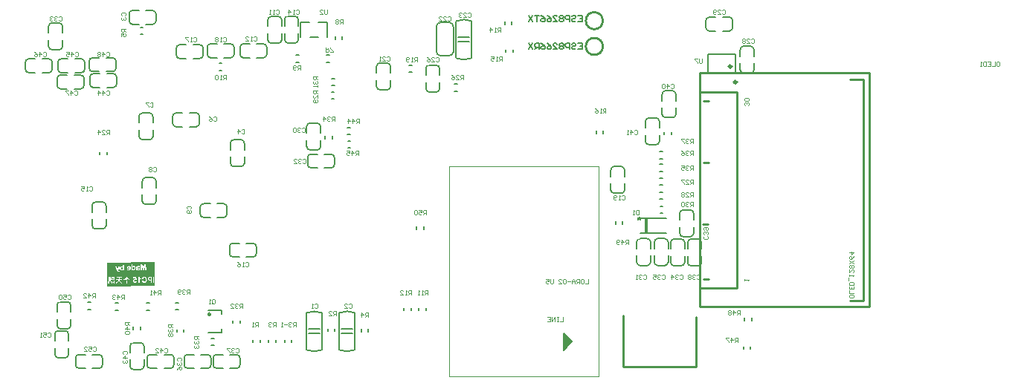
<source format=gbo>
G04*
G04 #@! TF.GenerationSoftware,Altium Limited,Altium Designer,20.0.13 (296)*
G04*
G04 Layer_Color=32896*
%FSLAX25Y25*%
%MOIN*%
G70*
G01*
G75*
%ADD10C,0.01000*%
%ADD11C,0.00800*%
%ADD12C,0.00787*%
%ADD14C,0.01181*%
%ADD18C,0.00500*%
%ADD19C,0.00600*%
%ADD21C,0.00394*%
%ADD133C,0.00984*%
G36*
X260346Y8709D02*
X264096Y4959D01*
X260346Y1209D01*
Y8709D01*
D02*
G37*
G36*
X77000Y35500D02*
X76959Y35500D01*
X77000Y30000D01*
X55542Y29840D01*
X55500Y35500D01*
X55526Y35500D01*
X55489Y40463D01*
X76962Y40623D01*
X77000Y35500D01*
D02*
G37*
%LPC*%
G36*
X66223Y38960D02*
D01*
X66224Y38847D01*
D01*
X66223Y38960D01*
D02*
G37*
G36*
X63160Y39589D02*
X62676Y39585D01*
X62683Y38679D01*
X62679Y38683D01*
X62672Y38690D01*
X62661Y38701D01*
X62643Y38719D01*
X62621Y38737D01*
X62595Y38759D01*
X62566Y38784D01*
X62533Y38805D01*
X62456Y38852D01*
X62365Y38891D01*
X62317Y38909D01*
X62262Y38920D01*
X62208Y38927D01*
X62153Y38930D01*
X62120Y38930D01*
X62099Y38926D01*
X62070Y38922D01*
X62037Y38914D01*
X62001Y38907D01*
X61957Y38899D01*
X61870Y38870D01*
X61826Y38847D01*
X61779Y38825D01*
X61732Y38796D01*
X61689Y38763D01*
X61645Y38726D01*
X61602Y38682D01*
X61598Y38678D01*
X61591Y38671D01*
X61580Y38656D01*
X61566Y38638D01*
X61551Y38612D01*
X61533Y38583D01*
X61512Y38547D01*
X61490Y38506D01*
X61472Y38459D01*
X61451Y38408D01*
X61433Y38349D01*
X61415Y38287D01*
X61405Y38222D01*
X61395Y38149D01*
X61388Y38072D01*
X61385Y37989D01*
X61385Y37945D01*
X61389Y37912D01*
X61393Y37872D01*
X61397Y37829D01*
X61405Y37778D01*
X61416Y37723D01*
X61442Y37607D01*
X61461Y37549D01*
X61483Y37487D01*
X61509Y37429D01*
X61542Y37371D01*
X61576Y37320D01*
X61616Y37270D01*
X61620Y37266D01*
X61627Y37259D01*
X61638Y37248D01*
X61656Y37230D01*
X61678Y37212D01*
X61704Y37190D01*
X61733Y37169D01*
X61766Y37147D01*
X61806Y37122D01*
X61847Y37100D01*
X61941Y37061D01*
X61993Y37043D01*
X62044Y37033D01*
X62102Y37026D01*
X62160Y37023D01*
X61392Y37017D01*
D01*
X63179Y37030D01*
X63160Y39589D01*
D02*
G37*
G36*
X70321Y38991D02*
D01*
X70331Y37644D01*
X70327Y37673D01*
X70320Y37710D01*
X70312Y37753D01*
X70301Y37797D01*
X70282Y37844D01*
X70257Y37891D01*
X70253Y37898D01*
X70242Y37913D01*
X70227Y37935D01*
X70201Y37960D01*
X70176Y37989D01*
X70139Y38021D01*
X70099Y38050D01*
X70051Y38075D01*
X70044Y38079D01*
X70026Y38086D01*
X69997Y38097D01*
X69953Y38115D01*
X69898Y38132D01*
X69832Y38150D01*
X69752Y38168D01*
X69665Y38185D01*
X69661Y38185D01*
X69650Y38189D01*
X69632Y38192D01*
X69610Y38196D01*
X69581Y38199D01*
X69548Y38206D01*
X69475Y38224D01*
X69399Y38241D01*
X69318Y38259D01*
X69249Y38280D01*
X69216Y38291D01*
X69191Y38302D01*
X69190Y38349D01*
X69190Y38356D01*
X69190Y38371D01*
X69194Y38396D01*
X69197Y38429D01*
X69208Y38462D01*
X69218Y38495D01*
X69236Y38524D01*
X69262Y38550D01*
X69265Y38554D01*
X69276Y38561D01*
X69294Y38568D01*
X69320Y38583D01*
X69356Y38594D01*
X69399Y38602D01*
X69454Y38609D01*
X69520Y38614D01*
X69541Y38614D01*
X69563Y38610D01*
X69592Y38607D01*
X69625Y38600D01*
X69662Y38593D01*
X69695Y38579D01*
X69724Y38561D01*
X69727Y38557D01*
X69735Y38550D01*
X69749Y38539D01*
X69764Y38521D01*
X69786Y38495D01*
X69805Y38463D01*
X69823Y38427D01*
X69842Y38383D01*
X70274Y38466D01*
X70274Y38470D01*
X70270Y38477D01*
X70267Y38492D01*
X70259Y38510D01*
X70252Y38532D01*
X70241Y38557D01*
X70215Y38615D01*
X70178Y38677D01*
X70134Y38742D01*
X70082Y38803D01*
X70020Y38858D01*
X70016Y38858D01*
X70013Y38865D01*
X70002Y38868D01*
X69987Y38879D01*
X69965Y38886D01*
X69943Y38897D01*
X69914Y38911D01*
X69885Y38922D01*
X69848Y38933D01*
X69808Y38947D01*
X69765Y38958D01*
X69713Y38965D01*
X69662Y38975D01*
X69604Y38978D01*
X69546Y38985D01*
X69426Y38984D01*
X69400Y38980D01*
X69371Y38980D01*
X69298Y38972D01*
X69222Y38965D01*
X69142Y38949D01*
X69066Y38927D01*
X69033Y38916D01*
X69001Y38901D01*
X68997Y38901D01*
X68993Y38897D01*
X68975Y38886D01*
X68946Y38871D01*
X68914Y38849D01*
X68874Y38820D01*
X68838Y38787D01*
X68805Y38747D01*
X68776Y38706D01*
X68773Y38699D01*
X68765Y38684D01*
X68755Y38652D01*
X68751Y38633D01*
X68744Y38608D01*
X68737Y38582D01*
X68734Y38550D01*
X68727Y38513D01*
X68723Y38473D01*
X68720Y38429D01*
X68717Y38382D01*
X68714Y38331D01*
X68714Y38273D01*
X68726Y37709D01*
X68726Y37705D01*
X68726Y37698D01*
X68726Y37687D01*
X68726Y37669D01*
X68726Y37625D01*
X68723Y37574D01*
X68723Y37516D01*
X68716Y37457D01*
X68713Y37399D01*
X68706Y37352D01*
X68706Y37348D01*
X68703Y37334D01*
X68696Y37308D01*
X68689Y37279D01*
X68674Y37242D01*
X68660Y37202D01*
X68642Y37158D01*
X68621Y37111D01*
D01*
X69098Y37114D01*
X69098Y37118D01*
X69101Y37122D01*
X69105Y37136D01*
X69112Y37151D01*
X69119Y37169D01*
X69126Y37195D01*
X69133Y37224D01*
X69144Y37257D01*
X69144Y37260D01*
X69147Y37264D01*
X69151Y37279D01*
X69158Y37297D01*
X69162Y37312D01*
X69169Y37308D01*
X69184Y37293D01*
X69209Y37272D01*
X69242Y37247D01*
X69282Y37218D01*
X69326Y37185D01*
X69377Y37160D01*
X69429Y37135D01*
X69436Y37132D01*
X69454Y37128D01*
X69483Y37117D01*
X69520Y37107D01*
X69564Y37096D01*
X69615Y37089D01*
X69673Y37082D01*
X69731Y37079D01*
X68621Y37071D01*
D01*
X70335Y37084D01*
X70321Y38991D01*
D02*
G37*
G36*
X68336Y39628D02*
D01*
X68348Y38070D01*
X68344Y38102D01*
X68340Y38142D01*
X68336Y38186D01*
X68328Y38237D01*
X68321Y38288D01*
X68294Y38404D01*
X68276Y38462D01*
X68253Y38521D01*
X68228Y38579D01*
X68198Y38633D01*
X68165Y38684D01*
X68128Y38731D01*
X68125Y38734D01*
X68117Y38741D01*
X68106Y38752D01*
X68088Y38770D01*
X68066Y38788D01*
X68040Y38806D01*
X68011Y38828D01*
X67974Y38853D01*
X67938Y38875D01*
X67894Y38896D01*
X67803Y38936D01*
X67748Y38950D01*
X67693Y38960D01*
X67635Y38967D01*
X67573Y38970D01*
X67544Y38970D01*
X67522Y38966D01*
X67497Y38963D01*
X67464Y38955D01*
X67431Y38947D01*
X67391Y38936D01*
X67351Y38925D01*
X67308Y38906D01*
X67264Y38884D01*
X67221Y38862D01*
X67174Y38829D01*
X67130Y38796D01*
X67087Y38756D01*
X67044Y38712D01*
X67037Y39618D01*
X66553Y39614D01*
X66571Y37095D01*
X67019Y37099D01*
X67017Y37365D01*
X67021Y37357D01*
X67036Y37339D01*
X67061Y37310D01*
X67094Y37278D01*
X67131Y37242D01*
X67179Y37202D01*
X67230Y37166D01*
X67285Y37134D01*
X67292Y37130D01*
X67310Y37123D01*
X67343Y37112D01*
X67380Y37098D01*
X67427Y37084D01*
X67482Y37073D01*
X67536Y37066D01*
X67595Y37063D01*
X66572Y37056D01*
X68355Y37069D01*
X68336Y39628D01*
D02*
G37*
G36*
X73123Y39663D02*
X72362Y39658D01*
X71924Y37933D01*
X71463Y39651D01*
X70698Y39645D01*
X70717Y37126D01*
X73141Y37145D01*
X73123Y39663D01*
D02*
G37*
G36*
X65389Y38954D02*
X65349Y38954D01*
X65320Y38950D01*
X65287Y38946D01*
X65247Y38939D01*
X65204Y38931D01*
X65156Y38920D01*
X65106Y38905D01*
X65055Y38886D01*
X65000Y38864D01*
X64946Y38834D01*
X64895Y38805D01*
X64845Y38768D01*
X64794Y38724D01*
X64750Y38676D01*
X64747Y38673D01*
X64740Y38665D01*
X64729Y38647D01*
X64714Y38625D01*
X64697Y38596D01*
X64679Y38563D01*
X64657Y38519D01*
X64636Y38472D01*
X64614Y38417D01*
X64593Y38355D01*
X64575Y38289D01*
X64557Y38213D01*
X64543Y38132D01*
X64533Y38045D01*
X64527Y37954D01*
X64527Y37852D01*
X65736Y37861D01*
X65736Y37857D01*
X65736Y37850D01*
X65736Y37839D01*
X65733Y37825D01*
X65729Y37788D01*
X65722Y37737D01*
X65708Y37686D01*
X65687Y37628D01*
X65662Y37573D01*
X65626Y37525D01*
X65622Y37522D01*
X65604Y37507D01*
X65582Y37489D01*
X65549Y37466D01*
X65510Y37444D01*
X65459Y37426D01*
X65404Y37411D01*
X65346Y37407D01*
X65328Y37407D01*
X65306Y37410D01*
X65280Y37413D01*
X65251Y37421D01*
X65219Y37431D01*
X65186Y37446D01*
X65156Y37467D01*
X65153Y37471D01*
X65142Y37478D01*
X65127Y37492D01*
X65112Y37514D01*
X65090Y37543D01*
X65072Y37576D01*
X65053Y37619D01*
X65035Y37666D01*
X64555Y37583D01*
X64555Y37579D01*
X64559Y37572D01*
X64566Y37557D01*
X64573Y37539D01*
X64584Y37517D01*
X64596Y37492D01*
X64629Y37434D01*
X64669Y37369D01*
X64721Y37300D01*
X64783Y37239D01*
X64853Y37181D01*
X64856Y37181D01*
X64860Y37174D01*
X64875Y37170D01*
X64889Y37159D01*
X64908Y37149D01*
X64933Y37138D01*
X64959Y37127D01*
X64991Y37113D01*
X65065Y37088D01*
X65148Y37067D01*
X65247Y37053D01*
X65352Y37046D01*
X64533Y37040D01*
X66237Y37053D01*
X66224Y38834D01*
X66230Y38036D01*
X66226Y38069D01*
X66222Y38105D01*
X66218Y38148D01*
X66210Y38196D01*
X66199Y38250D01*
X66169Y38363D01*
X66150Y38421D01*
X66128Y38483D01*
X66098Y38541D01*
X66065Y38595D01*
X66028Y38649D01*
X65988Y38700D01*
X65984Y38704D01*
X65977Y38711D01*
X65962Y38725D01*
X65944Y38740D01*
X65922Y38758D01*
X65893Y38780D01*
X65860Y38805D01*
X65823Y38830D01*
X65783Y38851D01*
X65736Y38877D01*
X65688Y38898D01*
X65633Y38916D01*
X65579Y38930D01*
X65517Y38944D01*
X65455Y38951D01*
X65389Y38954D01*
D02*
G37*
G36*
X61222Y38883D02*
D01*
X61241Y36313D01*
X60833Y36310D01*
X60862Y36314D01*
X60895Y36314D01*
X60939Y36318D01*
X60982Y36326D01*
X61080Y36345D01*
X61121Y36724D01*
X61118Y36724D01*
X61103Y36720D01*
X61081Y36716D01*
X61052Y36712D01*
X61023Y36705D01*
X60987Y36701D01*
X60918Y36697D01*
X60889Y36696D01*
X60860Y36703D01*
X60823Y36710D01*
X60783Y36721D01*
X60743Y36739D01*
X60703Y36764D01*
X60669Y36797D01*
X60666Y36800D01*
X60655Y36815D01*
X60640Y36836D01*
X60622Y36865D01*
X60603Y36902D01*
X60581Y36945D01*
X60562Y36992D01*
X60544Y37047D01*
X61222Y38883D01*
X60708Y38879D01*
X60285Y37576D01*
X59846Y38873D01*
X59347Y38869D01*
D01*
X60005Y37112D01*
X60123Y36800D01*
X60127Y36793D01*
X60135Y36775D01*
X60149Y36745D01*
X60164Y36709D01*
X60183Y36669D01*
X60205Y36629D01*
X60227Y36593D01*
X60249Y36557D01*
X60253Y36553D01*
X60260Y36542D01*
X60271Y36528D01*
X60286Y36506D01*
X60326Y36463D01*
X60381Y36420D01*
X60385Y36416D01*
X60396Y36412D01*
X60410Y36402D01*
X60432Y36391D01*
X60458Y36380D01*
X60487Y36366D01*
X60524Y36351D01*
X60564Y36341D01*
X60567Y36341D01*
X60582Y36337D01*
X60604Y36330D01*
X60637Y36327D01*
X60673Y36320D01*
X60713Y36313D01*
X60760Y36310D01*
X59366Y36299D01*
D01*
X61241Y36313D01*
X61222Y38883D01*
D02*
G37*
G36*
X57284Y34092D02*
X57051Y33966D01*
X56578Y33963D01*
X56457Y34086D01*
X56215Y33884D01*
X56325Y33786D01*
X56341Y31569D01*
X56341Y31562D01*
X56338Y31544D01*
X56335Y31518D01*
X56327Y31493D01*
X56313Y31464D01*
X56295Y31438D01*
X56266Y31420D01*
X56248Y31416D01*
X56230Y31412D01*
X56139Y31411D01*
X56135Y31415D01*
X56124Y31426D01*
X56113Y31440D01*
X56098Y31462D01*
X56087Y31491D01*
X56076Y31531D01*
X56068Y31582D01*
X56068Y31589D01*
X56064Y31611D01*
X56061Y31640D01*
X56057Y31684D01*
X56056Y31738D01*
X56052Y31800D01*
X56048Y31873D01*
X56047Y31949D01*
X55909Y31948D01*
X55909Y31945D01*
X55909Y31938D01*
X55909Y31923D01*
X55909Y31905D01*
X55910Y31887D01*
X55910Y31861D01*
X55906Y31806D01*
X55907Y31745D01*
X55904Y31683D01*
X55901Y31624D01*
X55894Y31573D01*
X55894Y31570D01*
X55890Y31555D01*
X55883Y31533D01*
X55872Y31511D01*
X55858Y31486D01*
X55836Y31460D01*
X55811Y31438D01*
X55778Y31423D01*
X55778Y31420D01*
X55782Y31412D01*
X55789Y31402D01*
X55797Y31387D01*
X55822Y31351D01*
X55856Y31311D01*
X55900Y31268D01*
X55954Y31232D01*
X55984Y31217D01*
X56016Y31207D01*
X56049Y31199D01*
X56086Y31196D01*
X56286Y31198D01*
X56300Y31201D01*
X56322Y31202D01*
X56348Y31209D01*
X56377Y31213D01*
X56438Y31239D01*
X56471Y31254D01*
X56500Y31276D01*
X56529Y31298D01*
X56554Y31327D01*
X56572Y31364D01*
X56590Y31404D01*
X56601Y31451D01*
X56604Y31506D01*
X56587Y33814D01*
X57013Y33817D01*
X57013Y33813D01*
X57013Y33806D01*
X57013Y33788D01*
X57013Y33766D01*
X57013Y33740D01*
X57013Y33711D01*
X57014Y33675D01*
X57014Y33635D01*
X57014Y33591D01*
X57015Y33544D01*
X57015Y33438D01*
X57016Y33325D01*
X57021Y33202D01*
X57022Y33074D01*
X57026Y32947D01*
X57035Y32820D01*
X57039Y32696D01*
X57051Y32576D01*
X57059Y32467D01*
X57071Y32368D01*
X57078Y32325D01*
X57086Y32285D01*
X57086Y32281D01*
X57090Y32267D01*
X57094Y32245D01*
X57101Y32216D01*
X57112Y32183D01*
X57127Y32140D01*
X57142Y32096D01*
X57161Y32045D01*
X57183Y31991D01*
X57209Y31933D01*
X57238Y31875D01*
X57275Y31813D01*
X57312Y31751D01*
X57352Y31690D01*
X57400Y31628D01*
X57452Y31567D01*
X57455Y31563D01*
X57466Y31552D01*
X57481Y31538D01*
X57503Y31516D01*
X57529Y31487D01*
X57562Y31458D01*
X57602Y31426D01*
X57646Y31386D01*
X57693Y31346D01*
X57748Y31307D01*
X57803Y31264D01*
X57866Y31224D01*
X57935Y31181D01*
X58004Y31141D01*
X58078Y31102D01*
X58154Y31062D01*
X55781Y31045D01*
X58981Y31069D01*
X58971Y32291D01*
X58981Y31069D01*
X58154Y31062D01*
X58223Y31143D01*
X58219Y31147D01*
X58205Y31157D01*
X58183Y31172D01*
X58153Y31193D01*
X58120Y31222D01*
X58080Y31251D01*
X58036Y31287D01*
X57989Y31327D01*
X57889Y31417D01*
X57787Y31515D01*
X57688Y31620D01*
X57644Y31670D01*
X57603Y31724D01*
X57600Y31728D01*
X57592Y31739D01*
X57585Y31753D01*
X57570Y31775D01*
X57552Y31800D01*
X57533Y31837D01*
X57511Y31873D01*
X57489Y31916D01*
X57467Y31964D01*
X57445Y32014D01*
X57422Y32072D01*
X57400Y32131D01*
X57381Y32196D01*
X57363Y32261D01*
X57332Y32407D01*
X57332Y32410D01*
X57329Y32425D01*
X57325Y32454D01*
X57321Y32490D01*
X57317Y32538D01*
X57313Y32599D01*
X57309Y32676D01*
X57305Y32720D01*
X57301Y32767D01*
X57300Y32818D01*
X57296Y32872D01*
X57296Y32931D01*
X57292Y32993D01*
X57291Y33062D01*
X57287Y33131D01*
X57287Y33207D01*
X57286Y33287D01*
X57282Y33371D01*
X57281Y33458D01*
X57280Y33553D01*
X57279Y33651D01*
X57282Y33753D01*
X57282Y33862D01*
X57281Y33975D01*
X57284Y34092D01*
D02*
G37*
G36*
X64609Y34365D02*
X64214Y34180D01*
X64335Y34064D01*
X64336Y33871D01*
X63419Y33865D01*
X63213Y34056D01*
X62907Y33711D01*
X64188Y33721D01*
X64184Y33714D01*
X64170Y33695D01*
X64148Y33666D01*
X64116Y33630D01*
X64076Y33582D01*
X64025Y33531D01*
X63964Y33476D01*
X63892Y33413D01*
X63809Y33351D01*
X63711Y33288D01*
X63605Y33229D01*
X63486Y33166D01*
X63355Y33111D01*
X63214Y33062D01*
X63058Y33017D01*
X62887Y32980D01*
X62888Y32863D01*
X62898Y32863D01*
X62909Y32860D01*
X62928Y32856D01*
X62971Y32849D01*
X63023Y32831D01*
X63074Y32810D01*
X63125Y32778D01*
X63169Y32738D01*
X63187Y32716D01*
X63202Y32687D01*
X63205Y32687D01*
X63213Y32691D01*
X63224Y32698D01*
X63242Y32706D01*
X63260Y32717D01*
X63285Y32728D01*
X63347Y32757D01*
X63416Y32798D01*
X63496Y32846D01*
X63586Y32901D01*
X63677Y32964D01*
X63774Y33037D01*
X63868Y33114D01*
X63963Y33199D01*
X64053Y33290D01*
X64132Y33389D01*
X64208Y33496D01*
X64269Y33605D01*
X64298Y33664D01*
X64319Y33722D01*
X64337Y33722D01*
X64337Y33715D01*
X64337Y33697D01*
X64338Y33668D01*
X64338Y33628D01*
X64338Y33580D01*
X64339Y33529D01*
X64339Y33471D01*
X64336Y33413D01*
X64337Y33285D01*
X64337Y33227D01*
X64334Y33169D01*
X64334Y33114D01*
X64331Y33067D01*
X64331Y33027D01*
X64328Y32994D01*
X64585Y32890D01*
X64005Y32886D01*
X63866Y33009D01*
X63591Y32679D01*
X63613Y32679D01*
X63628Y32676D01*
X63650Y32676D01*
X63675Y32669D01*
X63708Y32662D01*
X63744Y32655D01*
X63788Y32641D01*
X63836Y32626D01*
X63890Y32605D01*
X63949Y32580D01*
X64015Y32551D01*
X64088Y32519D01*
X64168Y32480D01*
X64252Y32433D01*
X64118Y32348D01*
X64268Y32266D01*
X64268Y32200D01*
X63402Y32194D01*
X63197Y32385D01*
X62894Y32041D01*
X64270Y32051D01*
X64274Y31519D01*
X64274Y31516D01*
X64274Y31508D01*
X64277Y31494D01*
X64281Y31476D01*
X64285Y31454D01*
X64292Y31429D01*
X64303Y31403D01*
X64322Y31370D01*
X64340Y31342D01*
X64366Y31309D01*
X64395Y31277D01*
X64432Y31248D01*
X64472Y31215D01*
X64524Y31186D01*
X64578Y31161D01*
X64644Y31136D01*
X64644Y31140D01*
X64644Y31144D01*
X64648Y31155D01*
X64651Y31169D01*
X64655Y31187D01*
X64665Y31206D01*
X64680Y31228D01*
X64694Y31250D01*
X64716Y31275D01*
X64745Y31301D01*
X64777Y31327D01*
X64817Y31352D01*
X64868Y31378D01*
X64922Y31400D01*
X64988Y31423D01*
X65060Y31445D01*
X65059Y31576D01*
X65056Y31576D01*
X65045Y31572D01*
X65027Y31572D01*
X65005Y31569D01*
X64979Y31565D01*
X64947Y31561D01*
X64881Y31553D01*
X64808Y31542D01*
X64736Y31534D01*
X64707Y31530D01*
X64678Y31530D01*
X64652Y31526D01*
X64627Y31526D01*
X64616Y31529D01*
X64601Y31533D01*
X64583Y31544D01*
X64564Y31558D01*
X64550Y31580D01*
X64539Y31612D01*
X64535Y31656D01*
X64532Y32053D01*
X65547Y32060D01*
X65580Y32057D01*
X65624Y32057D01*
X65675Y32050D01*
X65733Y32044D01*
X65791Y32033D01*
X65853Y32019D01*
X65997Y32213D01*
X64530Y32202D01*
X64530Y32209D01*
X64530Y32228D01*
X64530Y32260D01*
X64530Y32304D01*
X64533Y32359D01*
X64533Y32428D01*
X64535Y32504D01*
X64539Y32595D01*
X64346Y32514D01*
X64013Y32737D01*
X65091Y32745D01*
X65229Y32717D01*
X65359Y32896D01*
X64620Y32891D01*
X64620Y32880D01*
X64620Y32876D01*
X64585Y32890D01*
X64620Y32891D01*
X64620Y32894D01*
X64620Y32916D01*
X64616Y32942D01*
X64616Y32978D01*
X64615Y33022D01*
X64611Y33069D01*
X64611Y33124D01*
X64611Y33182D01*
X64606Y33244D01*
X64606Y33309D01*
X64605Y33378D01*
X64601Y33528D01*
X64600Y33680D01*
X64603Y33677D01*
X64611Y33666D01*
X64622Y33652D01*
X64647Y33615D01*
X64684Y33565D01*
X64732Y33507D01*
X64791Y33438D01*
X64860Y33358D01*
X64941Y33275D01*
X65033Y33189D01*
X65135Y33098D01*
X65249Y33008D01*
X65377Y32918D01*
X65512Y32828D01*
X65662Y32742D01*
X65827Y32663D01*
X65998Y32588D01*
X66049Y32676D01*
X66045Y32676D01*
X66038Y32679D01*
X66027Y32686D01*
X66012Y32697D01*
X65994Y32708D01*
X65968Y32722D01*
X65913Y32755D01*
X65844Y32798D01*
X65767Y32852D01*
X65679Y32910D01*
X65588Y32978D01*
X65489Y33050D01*
X65390Y33129D01*
X65287Y33216D01*
X65188Y33310D01*
X65089Y33408D01*
X64994Y33509D01*
X64909Y33617D01*
X64828Y33726D01*
X65520Y33731D01*
X65553Y33728D01*
X65597Y33728D01*
X65648Y33721D01*
X65706Y33714D01*
X65764Y33704D01*
X65826Y33690D01*
X65974Y33884D01*
X64598Y33873D01*
X64598Y33877D01*
X64598Y33895D01*
X64598Y33906D01*
X64598Y33921D01*
X64598Y33942D01*
X64597Y33968D01*
X64601Y33997D01*
X64600Y34034D01*
X64600Y34074D01*
X64604Y34117D01*
X64603Y34168D01*
X64606Y34227D01*
X64606Y34292D01*
X64609Y34365D01*
D02*
G37*
G36*
X59995Y34207D02*
X59677Y33847D01*
X60838Y33856D01*
X60838Y33853D01*
X60838Y33842D01*
X60838Y33823D01*
X60842Y33794D01*
X60842Y33762D01*
X60843Y33722D01*
X60847Y33674D01*
X60851Y33623D01*
X60855Y33565D01*
X60859Y33500D01*
X60863Y33427D01*
X60867Y33350D01*
X60875Y33270D01*
X60879Y33183D01*
X60887Y33092D01*
X60895Y32994D01*
X60018Y32987D01*
X59773Y33219D01*
X59430Y32834D01*
X60722Y32843D01*
X60718Y32836D01*
X60711Y32814D01*
X60700Y32781D01*
X60683Y32737D01*
X60661Y32683D01*
X60632Y32621D01*
X60600Y32551D01*
X60564Y32478D01*
X60525Y32401D01*
X60482Y32321D01*
X60435Y32241D01*
X60381Y32160D01*
X60327Y32080D01*
X60266Y32006D01*
X60201Y31937D01*
X60136Y31871D01*
X60132Y31867D01*
X60118Y31856D01*
X60100Y31841D01*
X60071Y31819D01*
X60038Y31794D01*
X59995Y31764D01*
X59948Y31735D01*
X59897Y31701D01*
X59839Y31665D01*
X59777Y31631D01*
X59712Y31598D01*
X59639Y31565D01*
X59567Y31535D01*
X59491Y31506D01*
X59411Y31483D01*
X59331Y31464D01*
X59332Y31355D01*
X59342Y31355D01*
X59353Y31352D01*
X59372Y31352D01*
X59412Y31341D01*
X59463Y31327D01*
X59518Y31302D01*
X59572Y31269D01*
X59624Y31223D01*
X59646Y31197D01*
X59664Y31165D01*
X59671Y31168D01*
X59689Y31179D01*
X59722Y31198D01*
X59762Y31224D01*
X59809Y31253D01*
X59867Y31294D01*
X59929Y31338D01*
X59994Y31389D01*
X60066Y31444D01*
X60135Y31507D01*
X60211Y31576D01*
X60279Y31650D01*
X60352Y31730D01*
X60417Y31811D01*
X60478Y31902D01*
X60535Y31994D01*
X60539Y32001D01*
X60546Y32016D01*
X60560Y32041D01*
X60578Y32078D01*
X60600Y32122D01*
X60625Y32173D01*
X60650Y32228D01*
X60679Y32290D01*
X60707Y32355D01*
X60736Y32425D01*
X60786Y32567D01*
X60811Y32640D01*
X60828Y32710D01*
X60846Y32779D01*
X60856Y32844D01*
X60915Y32845D01*
X60915Y32841D01*
X60915Y32838D01*
X60918Y32827D01*
X60922Y32816D01*
X60930Y32779D01*
X60941Y32732D01*
X60956Y32674D01*
X60975Y32605D01*
X61001Y32532D01*
X61027Y32452D01*
X61060Y32365D01*
X61101Y32275D01*
X61142Y32184D01*
X61193Y32090D01*
X61245Y31999D01*
X61308Y31909D01*
X61374Y31825D01*
X61447Y31742D01*
X61451Y31739D01*
X61466Y31724D01*
X61488Y31703D01*
X61520Y31674D01*
X61561Y31637D01*
X61608Y31598D01*
X61663Y31554D01*
X61726Y31504D01*
X61795Y31454D01*
X61868Y31403D01*
X61952Y31349D01*
X62040Y31295D01*
X62135Y31245D01*
X62234Y31195D01*
X62336Y31148D01*
X62446Y31105D01*
X62492Y31193D01*
X62485Y31197D01*
X62467Y31207D01*
X62437Y31225D01*
X62397Y31247D01*
X62350Y31276D01*
X62295Y31312D01*
X62236Y31351D01*
X62170Y31394D01*
X62101Y31445D01*
X62028Y31499D01*
X61954Y31557D01*
X61881Y31622D01*
X61742Y31755D01*
X61676Y31828D01*
X61613Y31900D01*
X61610Y31904D01*
X61599Y31918D01*
X61584Y31940D01*
X61562Y31972D01*
X61536Y32009D01*
X61507Y32056D01*
X61474Y32110D01*
X61440Y32168D01*
X61407Y32237D01*
X61370Y32309D01*
X61333Y32386D01*
X61300Y32469D01*
X61266Y32556D01*
X61237Y32651D01*
X61207Y32745D01*
X61184Y32847D01*
X62014Y32853D01*
X62047Y32850D01*
X62090Y32850D01*
X62142Y32843D01*
X62200Y32836D01*
X62258Y32826D01*
X62320Y32812D01*
X62464Y33006D01*
X61168Y32996D01*
X61168Y33003D01*
X61168Y33021D01*
X61164Y33051D01*
X61160Y33094D01*
X61160Y33141D01*
X61156Y33196D01*
X61152Y33258D01*
X61148Y33323D01*
X61139Y33465D01*
X61135Y33607D01*
X61131Y33676D01*
X61126Y33742D01*
X61126Y33804D01*
X61126Y33858D01*
X61697Y33863D01*
X61730Y33859D01*
X61774Y33860D01*
X61825Y33853D01*
X61883Y33846D01*
X61941Y33835D01*
X62003Y33821D01*
X62147Y34015D01*
X60215Y34001D01*
X59995Y34207D01*
D02*
G37*
G36*
X58294Y34318D02*
X57927Y34151D01*
X58034Y34032D01*
X58038Y33449D01*
X57722Y33447D01*
X57722Y33451D01*
X57721Y33462D01*
X57721Y33480D01*
X57721Y33505D01*
X57721Y33534D01*
X57721Y33571D01*
X57720Y33611D01*
X57720Y33654D01*
X57723Y33749D01*
X57726Y33855D01*
X57729Y33964D01*
X57731Y34070D01*
X57376Y33903D01*
X57471Y33787D01*
X57472Y33784D01*
X57472Y33773D01*
X57472Y33755D01*
X57472Y33729D01*
X57472Y33704D01*
X57472Y33667D01*
X57473Y33631D01*
X57469Y33591D01*
X57470Y33503D01*
X57467Y33412D01*
X57464Y33325D01*
X57461Y33241D01*
X57724Y33134D01*
X57723Y33298D01*
X58614Y33305D01*
X58739Y33196D01*
X58934Y33398D01*
X58853Y33466D01*
X58853Y33470D01*
X58853Y33481D01*
X58853Y33499D01*
X58853Y33525D01*
X58853Y33554D01*
X58852Y33590D01*
X58852Y33630D01*
X58852Y33674D01*
X58855Y33769D01*
X58858Y33874D01*
X58860Y33983D01*
X58863Y34093D01*
X58493Y33941D01*
X58603Y33821D01*
X58606Y33454D01*
X58286Y33451D01*
X58286Y33459D01*
X58285Y33477D01*
X58285Y33506D01*
X58285Y33546D01*
X58285Y33597D01*
X58284Y33652D01*
X58284Y33713D01*
X58283Y33779D01*
X58286Y33917D01*
X58288Y34063D01*
X58288Y34132D01*
X58291Y34198D01*
X58290Y34263D01*
X58294Y34318D01*
D02*
G37*
G36*
X70818Y34040D02*
D01*
X70823Y33403D01*
X70819Y33403D01*
X70815Y33407D01*
X70804Y33410D01*
X70790Y33414D01*
X70753Y33432D01*
X70702Y33453D01*
X70640Y33482D01*
X70570Y33521D01*
X70494Y33572D01*
X70413Y33629D01*
X70410Y33633D01*
X70402Y33636D01*
X70391Y33647D01*
X70376Y33662D01*
X70336Y33698D01*
X70292Y33745D01*
X70241Y33803D01*
X70189Y33875D01*
X70141Y33951D01*
X70104Y34035D01*
X69711Y34032D01*
X69730Y31498D01*
X70837Y31507D01*
X70818Y34040D01*
D02*
G37*
G36*
X68674Y33977D02*
X67397Y33967D01*
X67400Y33516D01*
X68314Y33523D01*
X68393Y33094D01*
X68390Y33094D01*
X68386Y33097D01*
X68364Y33108D01*
X68331Y33119D01*
X68291Y33136D01*
X68240Y33151D01*
X68185Y33161D01*
X68123Y33172D01*
X68061Y33175D01*
X68029Y33175D01*
X68007Y33171D01*
X67981Y33167D01*
X67949Y33163D01*
X67912Y33156D01*
X67872Y33144D01*
X67789Y33115D01*
X67742Y33096D01*
X67698Y33074D01*
X67651Y33044D01*
X67604Y33011D01*
X67561Y32974D01*
X67517Y32934D01*
X67514Y32930D01*
X67506Y32923D01*
X67496Y32908D01*
X67481Y32890D01*
X67467Y32868D01*
X67445Y32839D01*
X67427Y32806D01*
X67406Y32770D01*
X67384Y32729D01*
X67366Y32682D01*
X67345Y32631D01*
X67331Y32580D01*
X67316Y32521D01*
X67306Y32459D01*
X67299Y32394D01*
X67296Y32325D01*
X67296Y32296D01*
X67300Y32274D01*
X67300Y32245D01*
X67308Y32212D01*
X67312Y32175D01*
X67319Y32139D01*
X67342Y32052D01*
X67375Y31958D01*
X67397Y31907D01*
X67420Y31860D01*
X67449Y31813D01*
X67482Y31765D01*
X67486Y31762D01*
X67493Y31751D01*
X67508Y31736D01*
X67526Y31715D01*
X67552Y31690D01*
X67585Y31661D01*
X67622Y31632D01*
X67662Y31603D01*
X67709Y31571D01*
X67761Y31542D01*
X67815Y31513D01*
X67878Y31488D01*
X67943Y31467D01*
X68012Y31453D01*
X68089Y31442D01*
X68169Y31439D01*
X68202Y31440D01*
X68227Y31443D01*
X68256Y31447D01*
X68293Y31451D01*
X68329Y31455D01*
X68373Y31463D01*
X68460Y31485D01*
X68558Y31522D01*
X68605Y31541D01*
X68652Y31567D01*
X68696Y31596D01*
X68739Y31629D01*
X68743Y31633D01*
X68750Y31637D01*
X68761Y31648D01*
X68775Y31662D01*
X68790Y31684D01*
X68811Y31706D01*
X68829Y31732D01*
X68851Y31761D01*
X68876Y31798D01*
X68898Y31834D01*
X68937Y31922D01*
X68973Y32021D01*
X68983Y32075D01*
X68994Y32133D01*
X68513Y32181D01*
X68513Y32174D01*
X68510Y32155D01*
X68502Y32122D01*
X68492Y32086D01*
X68477Y32046D01*
X68456Y32002D01*
X68427Y31962D01*
X68395Y31921D01*
X68391Y31918D01*
X68377Y31907D01*
X68355Y31892D01*
X68326Y31874D01*
X68293Y31855D01*
X68253Y31840D01*
X68206Y31829D01*
X68159Y31825D01*
X68152Y31825D01*
X68133Y31829D01*
X68104Y31832D01*
X68068Y31839D01*
X68028Y31853D01*
X67984Y31875D01*
X67940Y31907D01*
X67900Y31947D01*
X67896Y31954D01*
X67881Y31969D01*
X67866Y31998D01*
X67844Y32041D01*
X67826Y32092D01*
X67807Y32154D01*
X67795Y32230D01*
X67791Y32317D01*
X67791Y32321D01*
X67791Y32328D01*
X67791Y32339D01*
X67791Y32357D01*
X67794Y32397D01*
X67805Y32449D01*
X67815Y32507D01*
X67833Y32565D01*
X67858Y32620D01*
X67894Y32668D01*
X67898Y32671D01*
X67912Y32686D01*
X67937Y32704D01*
X67967Y32730D01*
X68006Y32752D01*
X68054Y32771D01*
X68108Y32786D01*
X68166Y32790D01*
X68188Y32790D01*
X68203Y32786D01*
X68239Y32779D01*
X68290Y32769D01*
X68349Y32748D01*
X68411Y32715D01*
X68444Y32694D01*
X68476Y32668D01*
X68510Y32640D01*
X68542Y32607D01*
X68932Y32664D01*
X68674Y33977D01*
D02*
G37*
G36*
X57695Y33138D02*
X57449Y32935D01*
X57544Y32842D01*
X57544Y32838D01*
X57544Y32823D01*
X57544Y32801D01*
X57544Y32772D01*
X57545Y32740D01*
X57545Y32699D01*
X57545Y32660D01*
X57546Y32612D01*
X57543Y32517D01*
X57543Y32423D01*
X57540Y32379D01*
X57541Y32335D01*
X57537Y32299D01*
X57537Y32266D01*
X57797Y32174D01*
X57796Y32312D01*
X58574Y32318D01*
X58580Y31593D01*
X57550Y32030D01*
X57525Y31920D01*
X57529Y31920D01*
X57536Y31913D01*
X57551Y31906D01*
X57569Y31899D01*
X57595Y31885D01*
X57624Y31870D01*
X57653Y31856D01*
X57690Y31838D01*
X57770Y31795D01*
X57862Y31745D01*
X57960Y31694D01*
X58059Y31637D01*
X58165Y31579D01*
X58264Y31518D01*
X58359Y31461D01*
X58447Y31403D01*
X58523Y31349D01*
X58560Y31324D01*
X58589Y31299D01*
X58615Y31277D01*
X58637Y31255D01*
X58652Y31234D01*
X58663Y31215D01*
X58883Y31479D01*
X58879Y31483D01*
X58872Y31497D01*
X58861Y31515D01*
X58850Y31541D01*
X58838Y31574D01*
X58831Y31613D01*
X58823Y31657D01*
X58827Y31704D01*
X58827Y31712D01*
X58826Y31726D01*
X58826Y31755D01*
X58826Y31792D01*
X58826Y31835D01*
X58825Y31890D01*
X58825Y31948D01*
X58824Y32010D01*
X58827Y32076D01*
X58827Y32149D01*
X58829Y32291D01*
X58832Y32432D01*
X58832Y32502D01*
X58835Y32567D01*
X58599Y32467D01*
X57794Y32461D01*
X57791Y32865D01*
X58512Y32871D01*
X58545Y32867D01*
X58588Y32868D01*
X58640Y32861D01*
X58698Y32854D01*
X58756Y32843D01*
X58818Y32829D01*
X58966Y33023D01*
X57790Y33014D01*
X57695Y33138D01*
D02*
G37*
G36*
X58956Y34323D02*
D01*
X58971Y32296D01*
D01*
X58956Y34323D01*
D02*
G37*
G36*
X72292Y34084D02*
X72248Y34083D01*
X72215Y34080D01*
X72175Y34076D01*
X72132Y34068D01*
X72081Y34060D01*
X72026Y34049D01*
X71968Y34034D01*
X71906Y34015D01*
X71845Y33993D01*
X71779Y33963D01*
X71718Y33934D01*
X71660Y33897D01*
X71598Y33853D01*
X71544Y33805D01*
X71540Y33805D01*
X71537Y33798D01*
X71526Y33787D01*
X71515Y33776D01*
X71501Y33757D01*
X71486Y33735D01*
X71447Y33684D01*
X71407Y33619D01*
X71364Y33538D01*
X71325Y33447D01*
X71289Y33341D01*
X71792Y33225D01*
X71792Y33228D01*
X71796Y33232D01*
X71796Y33243D01*
X71803Y33257D01*
X71813Y33290D01*
X71831Y33334D01*
X71856Y33385D01*
X71889Y33436D01*
X71932Y33488D01*
X71979Y33532D01*
X71986Y33535D01*
X72004Y33550D01*
X72034Y33569D01*
X72073Y33591D01*
X72124Y33613D01*
X72182Y33632D01*
X72248Y33647D01*
X72320Y33651D01*
X72346Y33651D01*
X72368Y33648D01*
X72390Y33644D01*
X72419Y33641D01*
X72481Y33626D01*
X72554Y33601D01*
X72631Y33566D01*
X72671Y33544D01*
X72707Y33519D01*
X72744Y33487D01*
X72777Y33450D01*
X72777Y33447D01*
X72784Y33439D01*
X72792Y33429D01*
X72803Y33411D01*
X72817Y33389D01*
X72832Y33363D01*
X72847Y33331D01*
X72862Y33294D01*
X72880Y33251D01*
X72895Y33204D01*
X72910Y33149D01*
X72925Y33091D01*
X72937Y33026D01*
X72944Y32956D01*
X72949Y32880D01*
X72953Y32796D01*
X72953Y32793D01*
X72953Y32775D01*
X72953Y32749D01*
X72950Y32720D01*
X72950Y32680D01*
X72943Y32632D01*
X72940Y32585D01*
X72933Y32531D01*
X72912Y32418D01*
X72884Y32304D01*
X72866Y32250D01*
X72841Y32199D01*
X72816Y32151D01*
X72787Y32111D01*
X72783Y32107D01*
X72780Y32103D01*
X72769Y32092D01*
X72754Y32078D01*
X72718Y32048D01*
X72668Y32012D01*
X72606Y31971D01*
X72530Y31942D01*
X72443Y31915D01*
X72395Y31911D01*
X72344Y31907D01*
X72326Y31907D01*
X72312Y31911D01*
X72272Y31914D01*
X72224Y31921D01*
X72173Y31939D01*
X72115Y31960D01*
X72056Y31989D01*
X71998Y32032D01*
X71990Y32039D01*
X71972Y32057D01*
X71946Y32086D01*
X71917Y32130D01*
X71880Y32188D01*
X71847Y32257D01*
X71813Y32340D01*
X71784Y32438D01*
X71290Y32282D01*
X71290Y32278D01*
X71293Y32263D01*
X71301Y32242D01*
X71312Y32213D01*
X71327Y32180D01*
X71342Y32140D01*
X71360Y32097D01*
X71382Y32049D01*
X71434Y31951D01*
X71500Y31850D01*
X71581Y31752D01*
X71625Y31709D01*
X71673Y31669D01*
X71676Y31666D01*
X71684Y31662D01*
X71698Y31651D01*
X71720Y31637D01*
X71746Y31623D01*
X71779Y31608D01*
X71815Y31590D01*
X71855Y31572D01*
X71903Y31551D01*
X71954Y31533D01*
X72009Y31519D01*
X72067Y31505D01*
X72129Y31491D01*
X72198Y31480D01*
X72268Y31477D01*
X72344Y31474D01*
X71296Y31466D01*
X73487Y31483D01*
X73477Y32793D01*
X73473Y32826D01*
X73473Y32869D01*
X73465Y32920D01*
X73457Y32982D01*
X73450Y33048D01*
X73435Y33124D01*
X73416Y33200D01*
X73393Y33280D01*
X73367Y33360D01*
X73334Y33444D01*
X73297Y33523D01*
X73253Y33599D01*
X73205Y33672D01*
X73146Y33741D01*
X73142Y33744D01*
X73131Y33755D01*
X73113Y33773D01*
X73087Y33795D01*
X73054Y33820D01*
X73014Y33849D01*
X72970Y33881D01*
X72915Y33914D01*
X72857Y33946D01*
X72795Y33978D01*
X72722Y34007D01*
X72649Y34032D01*
X72565Y34053D01*
X72481Y34071D01*
X72386Y34081D01*
X72292Y34084D01*
D02*
G37*
G36*
X76722Y34069D02*
X76212Y34066D01*
X76231Y31547D01*
X76741Y31551D01*
X76722Y34069D01*
D02*
G37*
G36*
X75725Y34062D02*
X74796Y34055D01*
X74756Y34051D01*
X74662Y34051D01*
X74560Y34042D01*
X74458Y34034D01*
X74414Y34030D01*
X74371Y34026D01*
X74334Y34019D01*
X74305Y34011D01*
X74302Y34011D01*
X74294Y34008D01*
X74283Y34004D01*
X74269Y34000D01*
X74229Y33982D01*
X74178Y33959D01*
X74124Y33926D01*
X74062Y33882D01*
X74005Y33827D01*
X73947Y33761D01*
X73947Y33758D01*
X73940Y33754D01*
X73932Y33743D01*
X73925Y33728D01*
X73911Y33706D01*
X73900Y33684D01*
X73886Y33659D01*
X73871Y33630D01*
X73846Y33557D01*
X73822Y33476D01*
X73808Y33378D01*
X73801Y33272D01*
X73801Y33232D01*
X73805Y33214D01*
X73805Y33189D01*
X73813Y33138D01*
X73824Y33076D01*
X73839Y33007D01*
X73862Y32941D01*
X73891Y32880D01*
X73895Y32873D01*
X73906Y32855D01*
X73925Y32825D01*
X73950Y32789D01*
X73980Y32753D01*
X74020Y32710D01*
X74060Y32670D01*
X74108Y32634D01*
X74115Y32630D01*
X74130Y32620D01*
X74156Y32605D01*
X74189Y32587D01*
X74229Y32566D01*
X74273Y32548D01*
X74320Y32530D01*
X74371Y32516D01*
X74378Y32516D01*
X74389Y32512D01*
X74404Y32512D01*
X74422Y32509D01*
X74448Y32506D01*
X74473Y32502D01*
X74506Y32502D01*
X74539Y32499D01*
X74579Y32495D01*
X74622Y32492D01*
X74670Y32489D01*
X74721Y32489D01*
X74775Y32486D01*
X75227Y32489D01*
X75234Y31539D01*
X73814Y31529D01*
X75743Y31543D01*
X75725Y34062D01*
D02*
G37*
G36*
X62470Y34225D02*
D01*
X62491Y31403D01*
X62470Y34225D01*
D02*
G37*
G36*
X66036Y34376D02*
D01*
X66059Y31239D01*
X66036Y34376D01*
D02*
G37*
%LPD*%
G36*
X62313Y38556D02*
X62345Y38553D01*
X62385Y38542D01*
X62433Y38528D01*
X62484Y38503D01*
X62532Y38470D01*
X62579Y38427D01*
X62583Y38420D01*
X62598Y38402D01*
X62616Y38369D01*
X62635Y38326D01*
X62657Y38267D01*
X62676Y38199D01*
X62691Y38115D01*
X62695Y38017D01*
X62695Y38013D01*
X62695Y38006D01*
X62695Y37991D01*
X62695Y37969D01*
X62692Y37947D01*
X62692Y37918D01*
X62686Y37856D01*
X62675Y37791D01*
X62661Y37722D01*
X62640Y37656D01*
X62611Y37597D01*
X62611Y37594D01*
X62604Y37590D01*
X62589Y37568D01*
X62560Y37539D01*
X62521Y37502D01*
X62474Y37465D01*
X62416Y37436D01*
X62350Y37413D01*
X62314Y37410D01*
X62274Y37406D01*
X62267Y37406D01*
X62248Y37409D01*
X62216Y37413D01*
X62179Y37423D01*
X62135Y37437D01*
X62091Y37462D01*
X62044Y37495D01*
X62000Y37538D01*
X61996Y37545D01*
X61981Y37564D01*
X61963Y37596D01*
X61941Y37643D01*
X61919Y37701D01*
X61900Y37774D01*
X61892Y37818D01*
X61885Y37865D01*
X61881Y37912D01*
X61880Y37967D01*
X61880Y37971D01*
X61880Y37981D01*
X61880Y37996D01*
X61880Y38018D01*
X61883Y38043D01*
X61887Y38072D01*
X61893Y38142D01*
X61907Y38215D01*
X61925Y38291D01*
X61954Y38361D01*
X61972Y38390D01*
X61993Y38419D01*
X61997Y38426D01*
X62015Y38441D01*
X62037Y38463D01*
X62073Y38489D01*
X62113Y38515D01*
X62164Y38537D01*
X62218Y38552D01*
X62283Y38560D01*
X62291Y38560D01*
X62313Y38556D01*
D02*
G37*
G36*
X62731Y37067D02*
X63179Y37070D01*
X63179Y37030D01*
X62186Y37023D01*
X62218Y37027D01*
X62258Y37034D01*
X62306Y37042D01*
X62357Y37057D01*
X62411Y37075D01*
X62469Y37101D01*
X62476Y37105D01*
X62494Y37116D01*
X62523Y37135D01*
X62560Y37160D01*
X62599Y37193D01*
X62643Y37230D01*
X62686Y37278D01*
X62729Y37333D01*
X62731Y37067D01*
D02*
G37*
G36*
X69211Y37982D02*
X69233Y37978D01*
X69266Y37968D01*
X69306Y37957D01*
X69361Y37943D01*
X69419Y37929D01*
X69492Y37914D01*
X69499Y37915D01*
X69510Y37911D01*
X69525Y37907D01*
X69558Y37901D01*
X69601Y37890D01*
X69645Y37879D01*
X69689Y37865D01*
X69726Y37847D01*
X69755Y37833D01*
X69758Y37829D01*
X69769Y37822D01*
X69784Y37808D01*
X69799Y37789D01*
X69817Y37764D01*
X69832Y37735D01*
X69843Y37702D01*
X69847Y37666D01*
X69847Y37662D01*
X69847Y37648D01*
X69844Y37630D01*
X69836Y37608D01*
X69829Y37578D01*
X69819Y37549D01*
X69801Y37520D01*
X69775Y37491D01*
X69772Y37487D01*
X69761Y37480D01*
X69747Y37469D01*
X69721Y37454D01*
X69696Y37439D01*
X69663Y37428D01*
X69623Y37420D01*
X69583Y37416D01*
X69561Y37416D01*
X69536Y37420D01*
X69503Y37427D01*
X69463Y37437D01*
X69423Y37452D01*
X69375Y37470D01*
X69331Y37498D01*
X69328Y37502D01*
X69317Y37509D01*
X69302Y37524D01*
X69284Y37542D01*
X69265Y37567D01*
X69247Y37592D01*
X69228Y37625D01*
X69217Y37658D01*
X69217Y37661D01*
X69214Y37669D01*
X69210Y37687D01*
X69206Y37709D01*
X69202Y37741D01*
X69198Y37781D01*
X69194Y37832D01*
X69194Y37890D01*
X69193Y37989D01*
X69197Y37989D01*
X69211Y37982D01*
D02*
G37*
G36*
X70335Y37084D02*
X69757Y37079D01*
X69779Y37083D01*
X69800Y37083D01*
X69829Y37087D01*
X69891Y37099D01*
X69964Y37117D01*
X70037Y37143D01*
X70109Y37180D01*
X70174Y37232D01*
X70174Y37235D01*
X70181Y37239D01*
X70199Y37261D01*
X70225Y37294D01*
X70253Y37338D01*
X70282Y37393D01*
X70307Y37458D01*
X70325Y37535D01*
X70328Y37575D01*
X70331Y37619D01*
X70335Y37084D01*
D02*
G37*
G36*
X67478Y38595D02*
X67510Y38591D01*
X67547Y38581D01*
X67594Y38566D01*
X67642Y38541D01*
X67689Y38509D01*
X67737Y38462D01*
X67741Y38455D01*
X67755Y38437D01*
X67774Y38404D01*
X67792Y38361D01*
X67815Y38302D01*
X67833Y38233D01*
X67849Y38150D01*
X67853Y38055D01*
X67853Y38052D01*
X67853Y38044D01*
X67853Y38026D01*
X67853Y38008D01*
X67850Y37982D01*
X67850Y37957D01*
X67843Y37895D01*
X67836Y37826D01*
X67822Y37753D01*
X67801Y37687D01*
X67790Y37658D01*
X67776Y37632D01*
X67776Y37629D01*
X67769Y37625D01*
X67754Y37603D01*
X67729Y37574D01*
X67693Y37541D01*
X67646Y37504D01*
X67592Y37475D01*
X67526Y37452D01*
X67490Y37448D01*
X67453Y37444D01*
X67446Y37444D01*
X67424Y37448D01*
X67395Y37451D01*
X67355Y37462D01*
X67311Y37476D01*
X67264Y37501D01*
X67216Y37534D01*
X67168Y37580D01*
X67165Y37588D01*
X67150Y37606D01*
X67132Y37639D01*
X67110Y37686D01*
X67087Y37744D01*
X67068Y37816D01*
X67053Y37904D01*
X67049Y38002D01*
X67049Y38006D01*
X67049Y38016D01*
X67049Y38031D01*
X67049Y38053D01*
X67052Y38078D01*
X67055Y38111D01*
X67062Y38177D01*
X67076Y38253D01*
X67094Y38326D01*
X67122Y38399D01*
X67140Y38428D01*
X67162Y38458D01*
X67165Y38465D01*
X67184Y38480D01*
X67205Y38502D01*
X67238Y38527D01*
X67281Y38553D01*
X67329Y38575D01*
X67387Y38590D01*
X67449Y38598D01*
X67456Y38598D01*
X67478Y38595D01*
D02*
G37*
G36*
X68355Y37069D02*
X67624Y37063D01*
X67646Y37067D01*
X67675Y37071D01*
X67704Y37078D01*
X67740Y37086D01*
X67780Y37097D01*
X67820Y37108D01*
X67864Y37127D01*
X67907Y37146D01*
X67954Y37171D01*
X67998Y37201D01*
X68045Y37234D01*
X68088Y37274D01*
X68131Y37318D01*
X68135Y37322D01*
X68142Y37329D01*
X68153Y37344D01*
X68164Y37366D01*
X68182Y37391D01*
X68200Y37424D01*
X68221Y37461D01*
X68239Y37505D01*
X68261Y37552D01*
X68282Y37603D01*
X68300Y37662D01*
X68314Y37724D01*
X68328Y37793D01*
X68339Y37866D01*
X68345Y37942D01*
X68348Y38026D01*
X68355Y37069D01*
D02*
G37*
G36*
X72672Y37141D02*
X72177Y37137D01*
X72657Y39121D01*
X72672Y37141D01*
D02*
G37*
G36*
X71685Y37134D02*
X71187Y37130D01*
X71176Y39110D01*
X71685Y37134D01*
D02*
G37*
G36*
X65417Y38576D02*
X65454Y38569D01*
X65494Y38554D01*
X65538Y38537D01*
X65582Y38508D01*
X65622Y38468D01*
X65626Y38464D01*
X65637Y38446D01*
X65655Y38421D01*
X65674Y38385D01*
X65696Y38341D01*
X65711Y38287D01*
X65722Y38225D01*
X65726Y38156D01*
X65006Y38150D01*
X65006Y38154D01*
X65006Y38161D01*
X65005Y38169D01*
X65009Y38183D01*
X65012Y38223D01*
X65019Y38267D01*
X65034Y38318D01*
X65051Y38373D01*
X65080Y38424D01*
X65113Y38468D01*
X65116Y38472D01*
X65131Y38486D01*
X65152Y38505D01*
X65181Y38527D01*
X65218Y38545D01*
X65261Y38564D01*
X65308Y38579D01*
X65363Y38583D01*
X65388Y38583D01*
X65417Y38576D01*
D02*
G37*
G36*
X66237Y37053D02*
X65374Y37047D01*
X65396Y37050D01*
X65429Y37051D01*
X65469Y37058D01*
X65516Y37066D01*
X65567Y37073D01*
X65618Y37088D01*
X65676Y37103D01*
X65734Y37126D01*
X65792Y37152D01*
X65850Y37181D01*
X65908Y37218D01*
X65962Y37258D01*
X66009Y37306D01*
X66056Y37361D01*
X66060Y37365D01*
X66063Y37372D01*
X66071Y37387D01*
X66085Y37405D01*
X66096Y37431D01*
X66110Y37460D01*
X66128Y37493D01*
X66142Y37533D01*
X66160Y37577D01*
X66174Y37624D01*
X66192Y37675D01*
X66203Y37733D01*
X66213Y37792D01*
X66224Y37854D01*
X66227Y37923D01*
X66230Y37992D01*
X66237Y37053D01*
D02*
G37*
G36*
X70204Y33322D02*
X70212Y33315D01*
X70226Y33304D01*
X70248Y33286D01*
X70274Y33264D01*
X70303Y33243D01*
X70340Y33217D01*
X70380Y33189D01*
X70424Y33160D01*
X70472Y33131D01*
X70523Y33099D01*
X70578Y33070D01*
X70694Y33016D01*
X70826Y32966D01*
X70837Y31507D01*
X70214Y31502D01*
X70201Y33325D01*
X70204Y33322D01*
D02*
G37*
G36*
X73487Y31483D02*
X72366Y31474D01*
X72391Y31478D01*
X72428Y31482D01*
X72468Y31486D01*
X72519Y31494D01*
X72573Y31505D01*
X72635Y31520D01*
X72697Y31539D01*
X72762Y31561D01*
X72831Y31591D01*
X72900Y31624D01*
X72969Y31661D01*
X73037Y31709D01*
X73103Y31760D01*
X73164Y31822D01*
X73168Y31826D01*
X73178Y31837D01*
X73193Y31859D01*
X73215Y31885D01*
X73236Y31921D01*
X73265Y31962D01*
X73294Y32013D01*
X73322Y32071D01*
X73351Y32133D01*
X73380Y32203D01*
X73408Y32283D01*
X73429Y32367D01*
X73450Y32454D01*
X73464Y32553D01*
X73475Y32655D01*
X73477Y32764D01*
X73487Y31483D01*
D02*
G37*
G36*
X75223Y32915D02*
X74874Y32913D01*
X74849Y32916D01*
X74783Y32916D01*
X74717Y32919D01*
X74652Y32926D01*
X74594Y32936D01*
X74568Y32939D01*
X74546Y32947D01*
X74542Y32950D01*
X74528Y32954D01*
X74510Y32965D01*
X74488Y32975D01*
X74462Y32993D01*
X74436Y33015D01*
X74407Y33040D01*
X74385Y33069D01*
X74381Y33073D01*
X74374Y33084D01*
X74367Y33102D01*
X74356Y33127D01*
X74344Y33156D01*
X74333Y33189D01*
X74329Y33225D01*
X74325Y33265D01*
X74325Y33273D01*
X74325Y33287D01*
X74329Y33313D01*
X74336Y33345D01*
X74346Y33382D01*
X74361Y33422D01*
X74379Y33459D01*
X74407Y33495D01*
X74411Y33499D01*
X74422Y33510D01*
X74440Y33525D01*
X74462Y33543D01*
X74491Y33565D01*
X74527Y33584D01*
X74567Y33598D01*
X74610Y33610D01*
X74614Y33610D01*
X74629Y33613D01*
X74654Y33617D01*
X74690Y33621D01*
X74738Y33621D01*
X74770Y33625D01*
X74803Y33626D01*
X74840Y33630D01*
X75218Y33632D01*
X75223Y32915D01*
D02*
G37*
D10*
X277836Y149144D02*
G03*
X277836Y149144I-3808J0D01*
G01*
Y137592D02*
G03*
X277836Y137592I-3808J0D01*
G01*
X321528Y28985D02*
X326350D01*
X337850D01*
Y117085D01*
X326250D02*
X337850D01*
X321528D02*
X326250D01*
X322950Y32985D02*
X325450D01*
X323050Y113085D02*
X325250D01*
X322750Y57785D02*
X325050D01*
X323050Y85385D02*
X325350D01*
X388528Y122895D02*
X394730D01*
Y23295D02*
Y122895D01*
X388528Y23295D02*
X394730D01*
X397250Y20705D02*
Y125825D01*
X321420D02*
X397250D01*
X321420Y20705D02*
Y125825D01*
Y20705D02*
X397250D01*
X287028Y-6356D02*
Y16644D01*
X319528Y-6356D02*
Y16144D01*
X287028Y-6356D02*
X319528D01*
D11*
X166610Y17979D02*
G03*
X159746Y17979I-3432J-8335D01*
G01*
Y1309D02*
G03*
X166610Y1309I3432J8335D01*
G01*
X203228Y135274D02*
G03*
X205069Y133433I1841J0D01*
G01*
X208978Y133444D02*
G03*
X210819Y135285I0J1841D01*
G01*
Y146503D02*
G03*
X208978Y148344I-1841J0D01*
G01*
X205069D02*
G03*
X203228Y146503I0J-1841D01*
G01*
X218960Y148979D02*
G03*
X212096Y148979I-3432J-8335D01*
G01*
Y132309D02*
G03*
X218960Y132309I3432J8335D01*
G01*
X145016Y1309D02*
G03*
X151880Y1309I3432J8335D01*
G01*
Y17979D02*
G03*
X145016Y17979I-3432J-8335D01*
G01*
X166678Y1644D02*
Y17644D01*
X159678Y1644D02*
Y17644D01*
X160678Y8644D02*
X165678D01*
X160678Y10644D02*
X165678D01*
X205169Y148344D02*
X208878D01*
X210828Y135233D02*
Y146453D01*
X203228Y135374D02*
Y146455D01*
X205178Y133444D02*
X208878D01*
X219028Y132644D02*
Y148644D01*
X212028Y132644D02*
Y148644D01*
X213028Y139644D02*
X218028D01*
X213028Y141644D02*
X218028D01*
X145948Y10644D02*
X150948D01*
X145948Y8644D02*
X150948D01*
X144948Y1644D02*
Y17644D01*
X151948Y1644D02*
Y17644D01*
D12*
X51996Y-6966D02*
G03*
X53571Y-5391I-0J1575D01*
G01*
X53571Y-2321D02*
G03*
X51996Y-746I-1575J0D01*
G01*
X43060Y-746D02*
G03*
X41485Y-2321I0J-1575D01*
G01*
Y-5391D02*
G03*
X43060Y-6966I1575J0D01*
G01*
X127250Y137179D02*
G03*
X125675Y138754I-1575J0D01*
G01*
X125675Y132534D02*
G03*
X127250Y134109I-0J1575D01*
G01*
X115163Y134109D02*
G03*
X116738Y132534I1575J0D01*
G01*
X116738Y138754D02*
G03*
X115163Y137179I0J-1575D01*
G01*
X112571Y137179D02*
G03*
X110996Y138754I-1575J0D01*
G01*
X110996Y132534D02*
G03*
X112571Y134109I-0J1575D01*
G01*
X100485Y134109D02*
G03*
X102059Y132534I1575J0D01*
G01*
X102059Y138754D02*
G03*
X100485Y137179I0J-1575D01*
G01*
X35638Y146581D02*
G03*
X34063Y148156I-1575J-0D01*
G01*
X30993Y148156D02*
G03*
X29418Y146581I0J-1575D01*
G01*
X29418Y137644D02*
G03*
X30993Y136069I1575J0D01*
G01*
X34063Y136069D02*
G03*
X35638Y137644I0J1575D01*
G01*
X20534Y132002D02*
G03*
X18959Y130427I0J-1575D01*
G01*
Y127356D02*
G03*
X20534Y125781I1575J0D01*
G01*
X29471Y125781D02*
G03*
X31046Y127356I-0J1575D01*
G01*
Y130427D02*
G03*
X29471Y132002I-1575J0D01*
G01*
X43761Y118534D02*
G03*
X45335Y120109I-0J1575D01*
G01*
Y123179D02*
G03*
X43761Y124754I-1575J0D01*
G01*
X34824Y124754D02*
G03*
X33249Y123179I0J-1575D01*
G01*
Y120109D02*
G03*
X34824Y118534I1575J0D01*
G01*
X102221Y-2321D02*
G03*
X100646Y-746I-1575J0D01*
G01*
Y-6966D02*
G03*
X102221Y-5391I-0J1575D01*
G01*
X90134Y-5391D02*
G03*
X91709Y-6966I1575J0D01*
G01*
Y-746D02*
G03*
X90134Y-2321I0J-1575D01*
G01*
X103134Y-5391D02*
G03*
X104709Y-6966I1575J0D01*
G01*
Y-746D02*
G03*
X103134Y-2321I0J-1575D01*
G01*
X115221D02*
G03*
X113646Y-746I-1575J0D01*
G01*
X113646Y-6966D02*
G03*
X115221Y-5391I-0J1575D01*
G01*
X135169Y140675D02*
G03*
X136744Y139101I1575J0D01*
G01*
X139815D02*
G03*
X141390Y140675I0J1575D01*
G01*
X141390Y149612D02*
G03*
X139815Y151187I-1575J-0D01*
G01*
X136744D02*
G03*
X135169Y149612I0J-1575D01*
G01*
X132325Y138997D02*
G03*
X133899Y140572I0J1575D01*
G01*
X127679D02*
G03*
X129254Y138997I1575J0D01*
G01*
X129254Y151083D02*
G03*
X127679Y149509I0J-1575D01*
G01*
X133899D02*
G03*
X132325Y151083I-1575J-0D01*
G01*
X65473Y149087D02*
G03*
X67048Y147512I1575J0D01*
G01*
X67048Y153732D02*
G03*
X65473Y152157I0J-1575D01*
G01*
X77560D02*
G03*
X75985Y153732I-1575J0D01*
G01*
X75985Y147512D02*
G03*
X77559Y149087I-0J1575D01*
G01*
X33529Y127356D02*
G03*
X35104Y125781I1575J0D01*
G01*
Y132002D02*
G03*
X33529Y130427I0J-1575D01*
G01*
X45616Y130427D02*
G03*
X44041Y132002I-1575J0D01*
G01*
X44041Y125781D02*
G03*
X45616Y127356I-0J1575D01*
G01*
X58382Y119168D02*
G03*
X59957Y120743I-0J1575D01*
G01*
X59957Y123814D02*
G03*
X58382Y125389I-1575J0D01*
G01*
X49445Y125389D02*
G03*
X47870Y123814I0J-1575D01*
G01*
Y120743D02*
G03*
X49445Y119168I1575J0D01*
G01*
X344063Y125601D02*
G03*
X345638Y127175I0J1575D01*
G01*
X339418D02*
G03*
X340993Y125601I1575J0D01*
G01*
X340993Y137687D02*
G03*
X339418Y136112I0J-1575D01*
G01*
X345638Y136112D02*
G03*
X344063Y137687I-1575J-0D01*
G01*
X336071Y149179D02*
G03*
X334496Y150754I-1575J0D01*
G01*
Y144534D02*
G03*
X336071Y146109I-0J1575D01*
G01*
X323985D02*
G03*
X325559Y144534I1575J0D01*
G01*
X325559Y150754D02*
G03*
X323985Y149179I0J-1575D01*
G01*
X181063Y118069D02*
G03*
X182638Y119644I0J1575D01*
G01*
X176418D02*
G03*
X177993Y118069I1575J0D01*
G01*
X177993Y130156D02*
G03*
X176418Y128581I0J-1575D01*
G01*
X182638D02*
G03*
X181063Y130156I-1575J-0D01*
G01*
X200067Y129187D02*
G03*
X198493Y127612I0J-1575D01*
G01*
X204713D02*
G03*
X203138Y129187I-1575J-0D01*
G01*
X203138Y117101D02*
G03*
X204713Y118675I0J1575D01*
G01*
X198493Y118675D02*
G03*
X200067Y117101I1575J0D01*
G01*
X149759Y91085D02*
G03*
X151334Y92660I0J1575D01*
G01*
X145114Y92660D02*
G03*
X146689Y91085I1575J0D01*
G01*
X146689Y103172D02*
G03*
X145114Y101597I0J-1575D01*
G01*
X151334Y101597D02*
G03*
X149759Y103172I-1575J-0D01*
G01*
X286063Y71601D02*
G03*
X287638Y73176I0J1575D01*
G01*
X281418Y73176D02*
G03*
X282993Y71601I1575J0D01*
G01*
X282993Y83687D02*
G03*
X281418Y82112I0J-1575D01*
G01*
X287638Y82112D02*
G03*
X286063Y83687I-1575J-0D01*
G01*
X122571Y47679D02*
G03*
X120997Y49254I-1575J0D01*
G01*
X120997Y43034D02*
G03*
X122571Y44609I-0J1575D01*
G01*
X110485Y44609D02*
G03*
X112060Y43034I1575J0D01*
G01*
Y49254D02*
G03*
X110485Y47679I0J-1575D01*
G01*
X37820Y10783D02*
G03*
X39395Y12357I0J1575D01*
G01*
X33174D02*
G03*
X34749Y10783I1575J0D01*
G01*
X34749Y22869D02*
G03*
X33174Y21294I0J-1575D01*
G01*
X39395D02*
G03*
X37820Y22869I-1575J-0D01*
G01*
X50493Y67719D02*
G03*
X48918Y66144I0J-1575D01*
G01*
X55138D02*
G03*
X53563Y67719I-1575J-0D01*
G01*
X53563Y55632D02*
G03*
X55138Y57207I0J1575D01*
G01*
X48918Y57207D02*
G03*
X50493Y55632I1575J0D01*
G01*
X88193Y138365D02*
G03*
X86619Y136790I0J-1575D01*
G01*
Y133719D02*
G03*
X88193Y132144I1575J0D01*
G01*
X97130D02*
G03*
X98705Y133719I-0J1575D01*
G01*
X98705Y136790D02*
G03*
X97130Y138365I-1575J0D01*
G01*
X95496Y101534D02*
G03*
X97071Y103109I-0J1575D01*
G01*
Y106179D02*
G03*
X95496Y107754I-1575J0D01*
G01*
X86559Y107754D02*
G03*
X84985Y106179I0J-1575D01*
G01*
Y103109D02*
G03*
X86559Y101534I1575J0D01*
G01*
X98922Y66979D02*
G03*
X97348Y65404I0J-1575D01*
G01*
Y62334D02*
G03*
X98922Y60759I1575J0D01*
G01*
X107859Y60759D02*
G03*
X109434Y62334I-0J1575D01*
G01*
Y65405D02*
G03*
X107859Y66979I-1575J0D01*
G01*
X76152Y106179D02*
G03*
X74577Y107754I-1575J-0D01*
G01*
X71506D02*
G03*
X69931Y106179I0J-1575D01*
G01*
X69931Y97242D02*
G03*
X71506Y95668I1575J0D01*
G01*
X74577D02*
G03*
X76152Y97242I0J1575D01*
G01*
X110918Y85207D02*
G03*
X112493Y83632I1575J0D01*
G01*
X115563D02*
G03*
X117138Y85207I0J1575D01*
G01*
X117138Y94144D02*
G03*
X115563Y95719I-1575J-0D01*
G01*
X112493D02*
G03*
X110918Y94144I0J-1575D01*
G01*
X65918Y-5930D02*
G03*
X67493Y-7505I1575J0D01*
G01*
X70564Y-7505D02*
G03*
X72139Y-5930I0J1575D01*
G01*
Y3007D02*
G03*
X70564Y4582I-1575J-0D01*
G01*
X67493D02*
G03*
X65918Y3007I0J-1575D01*
G01*
X75091Y-746D02*
G03*
X73516Y-2321I0J-1575D01*
G01*
X73516Y-5391D02*
G03*
X75091Y-6966I1575J0D01*
G01*
X84028D02*
G03*
X85603Y-5391I-0J1575D01*
G01*
X85603Y-2321D02*
G03*
X84028Y-746I-1575J0D01*
G01*
X145485Y84609D02*
G03*
X147060Y83034I1575J0D01*
G01*
X147060Y89254D02*
G03*
X145485Y87679I0J-1575D01*
G01*
X157571Y87679D02*
G03*
X155997Y89254I-1575J0D01*
G01*
X155997Y83034D02*
G03*
X157571Y84609I-0J1575D01*
G01*
X297671Y39194D02*
G03*
X299246Y40769I0J1575D01*
G01*
X293026D02*
G03*
X294601Y39194I1575J0D01*
G01*
X294601Y51281D02*
G03*
X293026Y49706I0J-1575D01*
G01*
X299246Y49706D02*
G03*
X297671Y51281I-1575J-0D01*
G01*
X77638Y77113D02*
G03*
X76063Y78687I-1575J-0D01*
G01*
X72993Y78687D02*
G03*
X71418Y77113I0J-1575D01*
G01*
X71418Y68176D02*
G03*
X72993Y66601I1575J0D01*
G01*
X76063D02*
G03*
X77638Y68176I0J1575D01*
G01*
X308269Y40648D02*
G03*
X309844Y39073I1575J0D01*
G01*
X312915D02*
G03*
X314490Y40648I0J1575D01*
G01*
X314490Y49585D02*
G03*
X312915Y51160I-1575J-0D01*
G01*
X309844D02*
G03*
X308269Y49585I0J-1575D01*
G01*
X300912Y40769D02*
G03*
X302487Y39194I1575J0D01*
G01*
X305558Y39194D02*
G03*
X307133Y40769I0J1575D01*
G01*
X307133Y49706D02*
G03*
X305558Y51281I-1575J-0D01*
G01*
X302487D02*
G03*
X300912Y49706I0J-1575D01*
G01*
X315857Y40581D02*
G03*
X317432Y39007I1575J0D01*
G01*
X320503D02*
G03*
X322078Y40581I0J1575D01*
G01*
Y49518D02*
G03*
X320503Y51093I-1575J-0D01*
G01*
X317432D02*
G03*
X315857Y49518I0J-1575D01*
G01*
X312329Y53694D02*
G03*
X313904Y52120I1575J0D01*
G01*
X316975Y52120D02*
G03*
X318550Y53694I0J1575D01*
G01*
X318550Y62631D02*
G03*
X316975Y64206I-1575J-0D01*
G01*
X313904D02*
G03*
X312329Y62631I0J-1575D01*
G01*
X310638Y116112D02*
G03*
X309063Y117687I-1575J-0D01*
G01*
X305993D02*
G03*
X304418Y116112I0J-1575D01*
G01*
Y107176D02*
G03*
X305993Y105601I1575J0D01*
G01*
X309063D02*
G03*
X310638Y107176I0J1575D01*
G01*
X296960Y95010D02*
G03*
X298535Y93435I1575J0D01*
G01*
X301606D02*
G03*
X303181Y95010I0J1575D01*
G01*
X303181Y103947D02*
G03*
X301606Y105522I-1575J-0D01*
G01*
X298535D02*
G03*
X296960Y103947I0J-1575D01*
G01*
X47552Y127870D02*
G03*
X49127Y126295I1575J0D01*
G01*
Y132516D02*
G03*
X47552Y130941I0J-1575D01*
G01*
X59639Y130941D02*
G03*
X58064Y132516I-1575J0D01*
G01*
X58064Y126295D02*
G03*
X59639Y127870I-0J1575D01*
G01*
X32155Y-635D02*
G03*
X33730Y-2210I1575J0D01*
G01*
X36801D02*
G03*
X38376Y-635I0J1575D01*
G01*
Y8302D02*
G03*
X36801Y9877I-1575J-0D01*
G01*
X33730D02*
G03*
X32155Y8302I0J-1575D01*
G01*
X43060Y-6966D02*
X45953D01*
X53571Y-5391D02*
Y-2321D01*
X41485Y-5391D02*
Y-2321D01*
X49103Y-6966D02*
X51996D01*
X49103Y-746D02*
X51996D01*
X43060D02*
X45953D01*
X122781Y132534D02*
X125675D01*
X116738D02*
X119632D01*
X116738Y138754D02*
X119632D01*
X127250Y134108D02*
Y137179D01*
X115163Y134108D02*
Y137179D01*
X122781Y138754D02*
X125675D01*
X108103Y132534D02*
X110996Y132534D01*
X102059D02*
X104953D01*
X102059Y138754D02*
X104953D01*
X112571Y134109D02*
Y137179D01*
X100485Y134109D02*
Y137179D01*
X108103Y138754D02*
X110996Y138754D01*
X35638Y137644D02*
Y140538D01*
X30993Y148156D02*
X34063D01*
X30993Y136069D02*
X34063D01*
X35638Y143687D02*
Y146581D01*
X29418Y143687D02*
Y146581D01*
Y137644D02*
Y140538D01*
X26577Y132002D02*
X29471D01*
X18959Y127356D02*
Y130427D01*
X31046Y127356D02*
Y130427D01*
X20534Y132002D02*
X23428D01*
X20534Y125781D02*
X23428D01*
X26577D02*
X29471D01*
X34824Y118534D02*
X37717D01*
X45335Y120109D02*
Y123179D01*
X33249Y120109D02*
Y123179D01*
X40867Y118534D02*
X43761D01*
X40867Y124754D02*
X43761D01*
X34824D02*
X37717D01*
X97752Y-6966D02*
X100646D01*
X91709D02*
X94603D01*
X91709Y-746D02*
X94603D01*
X102221Y-5391D02*
Y-2321D01*
X90134Y-5391D02*
Y-2321D01*
X97752Y-746D02*
X100646D01*
X104709D02*
X107603D01*
X110752D02*
X113646D01*
X110752Y-6966D02*
X113646D01*
X103134Y-5391D02*
Y-2321D01*
X115221Y-5391D02*
Y-2321D01*
X104709Y-6966D02*
X107603D01*
X135170Y146719D02*
Y149612D01*
X136744Y139101D02*
X139815D01*
X136744Y151187D02*
X139815D01*
X135170Y140675D02*
Y143569D01*
X141390Y140675D02*
Y143569D01*
X141390Y146719D02*
Y149613D01*
X127679Y140572D02*
Y143465D01*
Y146615D02*
Y149509D01*
X133899Y146615D02*
Y149509D01*
X129254Y138997D02*
X132325D01*
X129254Y151084D02*
X132325D01*
X133899Y140572D02*
Y143465D01*
X67048Y153732D02*
X69941D01*
X73091D02*
X75985D01*
X73091Y147512D02*
X75985Y147512D01*
X65473Y149087D02*
Y152157D01*
X77559Y149087D02*
Y152158D01*
X67048Y147512D02*
X69941D01*
X35104Y132002D02*
X37998D01*
X41147D02*
X44041D01*
X41147Y125781D02*
X44041D01*
X33529Y127356D02*
Y130427D01*
X45616Y127356D02*
Y130427D01*
X35104Y125781D02*
X37998D01*
X49445Y119168D02*
X52339D01*
X59957Y120743D02*
Y123814D01*
X47870Y120743D02*
Y123814D01*
X55488Y119168D02*
X58382D01*
X55488Y125389D02*
X58382D01*
X49445D02*
X52339D01*
X339418Y127175D02*
Y130069D01*
Y133219D02*
Y136112D01*
X345638Y133219D02*
Y136112D01*
X340993Y125601D02*
X344063D01*
X340993Y137687D02*
X344063D01*
X345638Y127175D02*
Y130069D01*
X331603Y144534D02*
X334497D01*
X325560D02*
X328453D01*
X325560Y150754D02*
X328453D01*
X336071Y146109D02*
Y149179D01*
X323985Y146109D02*
X323985Y149179D01*
X331603Y150754D02*
X334496D01*
X176418Y119644D02*
Y122538D01*
Y125687D02*
Y128581D01*
X182638Y125687D02*
Y128581D01*
X177993Y118069D02*
X181063D01*
X177993Y130156D02*
X181063D01*
X182638Y119644D02*
Y122538D01*
X204713Y124719D02*
Y127612D01*
Y118675D02*
Y121569D01*
X198493Y118675D02*
Y121569D01*
X200067Y129187D02*
X203138D01*
X200067Y117101D02*
X203138D01*
X198493Y124719D02*
Y127612D01*
X145114Y92660D02*
Y95554D01*
Y98703D02*
Y101597D01*
X151334Y98703D02*
Y101597D01*
X146689Y91085D02*
X149759D01*
X146689Y103172D02*
X149759D01*
X151334Y92660D02*
Y95554D01*
X281418Y73176D02*
Y76069D01*
Y79219D02*
Y82113D01*
X287638Y79219D02*
Y82113D01*
X282993Y71601D02*
X286063D01*
X282993Y83687D02*
X286063D01*
X287638Y73176D02*
Y76069D01*
X118103Y43034D02*
X120996D01*
X112059D02*
X114953D01*
X112059Y49254D02*
X114953D01*
X122571Y44609D02*
Y47679D01*
X110485Y44609D02*
Y47679D01*
X118103Y49254D02*
X120996D01*
X33174Y12358D02*
Y15251D01*
Y18401D02*
Y21294D01*
X39395Y18401D02*
Y21294D01*
X34749Y10783D02*
X37820D01*
X34749Y22869D02*
X37820D01*
X39395Y12358D02*
Y15251D01*
X55138Y63251D02*
Y66144D01*
Y57207D02*
Y60101D01*
X48918Y57207D02*
Y60101D01*
X50492Y67719D02*
X53563D01*
X50492Y55632D02*
X53563D01*
X48918Y63250D02*
Y66144D01*
X94237Y138365D02*
X97130D01*
X86618Y133719D02*
X86619Y136790D01*
X98705Y133719D02*
Y136790D01*
X88193Y138365D02*
X91087D01*
X88193Y132144D02*
X91087Y132144D01*
X94237D02*
X97130D01*
X86559Y101534D02*
X89453D01*
X97071Y103109D02*
Y106179D01*
X84985Y103109D02*
Y106179D01*
X92603Y101534D02*
X95496D01*
X92603Y107754D02*
X95496D01*
X86559D02*
X89453D01*
X104966Y66979D02*
X107859D01*
X97347Y62334D02*
Y65404D01*
X109434Y62334D02*
Y65404D01*
X98922Y66979D02*
X101816D01*
X98922Y60759D02*
X101816D01*
X104966D02*
X107859D01*
X76152Y100136D02*
X76152Y97242D01*
X71506Y107754D02*
X74577D01*
X71506Y95668D02*
X74577D01*
X76152Y103286D02*
Y106179D01*
X69931Y103286D02*
Y106179D01*
Y97242D02*
Y100136D01*
X110918Y91250D02*
Y94144D01*
X112493Y83632D02*
X115563D01*
X112493Y95719D02*
X115563D01*
X110918Y85207D02*
Y88101D01*
X117138Y85207D02*
Y88101D01*
Y91250D02*
Y94144D01*
X65918Y113D02*
Y3007D01*
X67493Y-7505D02*
X70564D01*
X67493Y4582D02*
X70564D01*
X65918Y-5930D02*
Y-3036D01*
X72138Y-5930D02*
Y-3036D01*
Y113D02*
Y3007D01*
X81134Y-746D02*
X84028D01*
X73516Y-5391D02*
Y-2321D01*
X85603Y-5391D02*
Y-2321D01*
X75091Y-746D02*
X77985D01*
X75091Y-6966D02*
X77985D01*
X81134D02*
X84028D01*
X147060Y89254D02*
X149953D01*
X153103D02*
X155997D01*
X153103Y83034D02*
X155997D01*
X145485Y84609D02*
Y87679D01*
X157571Y84609D02*
Y87679D01*
X147060Y83034D02*
X149953D01*
X293026Y40769D02*
Y43663D01*
Y46812D02*
Y49706D01*
X299246Y46812D02*
Y49706D01*
X294601Y39194D02*
X297671D01*
X294601Y51281D02*
X297671D01*
X299246Y40769D02*
Y43663D01*
X77638Y68175D02*
Y71069D01*
X72993Y78687D02*
X76063Y78687D01*
X72993Y66601D02*
X76064D01*
X77638Y77112D02*
X77638Y74219D01*
X71418D02*
Y77113D01*
X71418Y71069D02*
X71418Y68176D01*
X308269Y46691D02*
Y49585D01*
X309844Y39073D02*
X312915D01*
X309844Y51160D02*
X312915D01*
X308269Y40648D02*
Y43542D01*
X314489Y40648D02*
Y43541D01*
Y46691D02*
Y49585D01*
X300912Y46812D02*
Y49706D01*
X302487Y39194D02*
X305558D01*
X302487Y51281D02*
X305558D01*
X300912Y40769D02*
Y43663D01*
X307133Y40769D02*
Y43663D01*
Y46812D02*
Y49706D01*
X315857Y46625D02*
Y49518D01*
X317432Y39007D02*
X320503D01*
X317432Y51093D02*
X320503D01*
X315857Y40581D02*
Y43475D01*
X322078Y40581D02*
Y43475D01*
Y46625D02*
Y49518D01*
X312329Y59738D02*
Y62632D01*
X313904Y52120D02*
X316975D01*
X313904Y64206D02*
X316975D01*
X312329Y53695D02*
Y56588D01*
X318550Y53695D02*
Y56588D01*
Y59738D02*
Y62632D01*
X310638Y107176D02*
Y110069D01*
X305993Y117687D02*
X309063D01*
X305993Y105601D02*
X309063D01*
X310638Y113219D02*
Y116113D01*
X304418Y113219D02*
Y116113D01*
Y107176D02*
Y110069D01*
X296960Y101053D02*
Y103947D01*
X298535Y93435D02*
X301606D01*
X298535Y105521D02*
X301606D01*
X296960Y95010D02*
Y97903D01*
X303181Y95010D02*
Y97903D01*
Y101053D02*
Y103947D01*
X49127Y132516D02*
X52021D01*
X55171D02*
X58064D01*
X55171Y126296D02*
X58064D01*
X47553Y127870D02*
Y130941D01*
X59639Y127870D02*
Y130941D01*
X49127Y126296D02*
X52021D01*
X32155Y5408D02*
Y8302D01*
X33730Y-2210D02*
X36801D01*
X33730Y9877D02*
X36801D01*
X32155Y-635D02*
Y2259D01*
X38376Y-635D02*
Y2259D01*
Y5408D02*
Y8302D01*
X100998Y19181D02*
X106805D01*
X100998Y8945D02*
X106805D01*
Y10717D01*
Y17410D02*
Y19181D01*
X266630Y151522D02*
X268466D01*
Y148767D01*
X266630D01*
X268466Y150144D02*
X267548D01*
X263875Y151062D02*
X264334Y151522D01*
X265252D01*
X265711Y151062D01*
Y150603D01*
X265252Y150144D01*
X264334D01*
X263875Y149685D01*
Y149226D01*
X264334Y148767D01*
X265252D01*
X265711Y149226D01*
X262956Y148767D02*
Y151522D01*
X261579D01*
X261120Y151062D01*
Y150144D01*
X261579Y149685D01*
X262956D01*
X260201Y151062D02*
X259742Y151522D01*
X258824D01*
X258365Y151062D01*
Y150603D01*
X258824Y150144D01*
X258365Y149685D01*
Y149226D01*
X258824Y148767D01*
X259742D01*
X260201Y149226D01*
Y149685D01*
X259742Y150144D01*
X260201Y150603D01*
Y151062D01*
X259742Y150144D02*
X258824D01*
X255610Y148767D02*
X257446D01*
X255610Y150603D01*
Y151062D01*
X256069Y151522D01*
X256987D01*
X257446Y151062D01*
X252855Y151522D02*
X253773Y151062D01*
X254691Y150144D01*
Y149226D01*
X254232Y148767D01*
X253314D01*
X252855Y149226D01*
Y149685D01*
X253314Y150144D01*
X254691D01*
X250100Y151522D02*
X251018Y151062D01*
X251936Y150144D01*
Y149226D01*
X251477Y148767D01*
X250559D01*
X250100Y149226D01*
Y149685D01*
X250559Y150144D01*
X251936D01*
X249181Y151522D02*
X247345D01*
X248263D01*
Y148767D01*
X246426Y151522D02*
X244590Y148767D01*
Y151522D02*
X246426Y148767D01*
X266630Y139022D02*
X268466D01*
Y136267D01*
X266630D01*
X268466Y137644D02*
X267548D01*
X263875Y138562D02*
X264334Y139022D01*
X265252D01*
X265711Y138562D01*
Y138103D01*
X265252Y137644D01*
X264334D01*
X263875Y137185D01*
Y136726D01*
X264334Y136267D01*
X265252D01*
X265711Y136726D01*
X262956Y136267D02*
Y139022D01*
X261579D01*
X261120Y138562D01*
Y137644D01*
X261579Y137185D01*
X262956D01*
X260201Y138562D02*
X259742Y139022D01*
X258824D01*
X258365Y138562D01*
Y138103D01*
X258824Y137644D01*
X258365Y137185D01*
Y136726D01*
X258824Y136267D01*
X259742D01*
X260201Y136726D01*
Y137185D01*
X259742Y137644D01*
X260201Y138103D01*
Y138562D01*
X259742Y137644D02*
X258824D01*
X255610Y136267D02*
X257446D01*
X255610Y138103D01*
Y138562D01*
X256069Y139022D01*
X256987D01*
X257446Y138562D01*
X252855Y139022D02*
X253773Y138562D01*
X254691Y137644D01*
Y136726D01*
X254232Y136267D01*
X253314D01*
X252855Y136726D01*
Y137185D01*
X253314Y137644D01*
X254691D01*
X250100Y139022D02*
X251018Y138562D01*
X251936Y137644D01*
Y136726D01*
X251477Y136267D01*
X250559D01*
X250100Y136726D01*
Y137185D01*
X250559Y137644D01*
X251936D01*
X249181Y136267D02*
Y139022D01*
X247804D01*
X247345Y138562D01*
Y137644D01*
X247804Y137185D01*
X249181D01*
X248263D02*
X247345Y136267D01*
X246426Y139022D02*
X244590Y136267D01*
Y139022D02*
X246426Y136267D01*
D14*
X335556Y128581D02*
G03*
X335556Y128581I-591J0D01*
G01*
X337888Y121530D02*
G03*
X337888Y121530I-591J0D01*
G01*
D18*
X169579Y9545D02*
Y10745D01*
X172779Y9545D02*
Y10745D01*
X154578Y9619D02*
Y10819D01*
X157778Y9619D02*
Y10819D01*
X47005Y19567D02*
X48205D01*
X47005Y22767D02*
X48205D01*
X163582Y95244D02*
X164782D01*
X163582Y92044D02*
X164782D01*
X70582Y10468D02*
Y11668D01*
X67382Y10468D02*
Y11668D01*
X90113Y9318D02*
Y10518D01*
X86913Y9318D02*
Y10518D01*
X140278Y133710D02*
X141478D01*
X140278Y130510D02*
X141478D01*
X70581Y146244D02*
X71782D01*
X70582Y143044D02*
X71781D01*
X105929Y129940D02*
X107129Y129940D01*
X105929Y126740D02*
X107129D01*
X303427Y81545D02*
X304627D01*
X303427Y84745D02*
X304627D01*
X303423Y87186D02*
X304623D01*
X303423Y90386D02*
X304623D01*
X296936Y53607D02*
Y60299D01*
X297723Y53607D02*
Y60299D01*
X294771Y53607D02*
X306188D01*
X294771Y60299D02*
X306179D01*
X297330Y53607D02*
Y60299D01*
X293590D02*
X294771D01*
X293590D02*
X294771Y59709D01*
X293590Y60299D02*
X294771Y60890D01*
Y59709D02*
Y60890D01*
X293590Y59709D02*
Y60890D01*
X303563Y65918D02*
X304763D01*
X303563Y62718D02*
X304763D01*
X234429Y135045D02*
Y136245D01*
X237629Y135045D02*
Y136245D01*
X211274Y120744D02*
X212474D01*
X211274Y117544D02*
X212474D01*
X156192Y117242D02*
X157391D01*
X156191Y114042D02*
X157391D01*
X154121Y130510D02*
X155322Y130511D01*
X154121Y133710D02*
X155322D01*
X153428Y96198D02*
Y97398D01*
X156628Y96198D02*
Y97398D01*
X163429Y101243D02*
X164629D01*
X163429Y98043D02*
X164629D01*
X303430Y68968D02*
X304630D01*
X303430Y72168D02*
X304630D01*
X303423Y78481D02*
X304623D01*
X303423Y75281D02*
X304623D01*
X308577Y98052D02*
Y99252D01*
X305377Y98052D02*
Y99252D01*
X283479Y57898D02*
Y59098D01*
X286679Y57898D02*
Y59098D01*
X260346Y8709D02*
X264096Y4959D01*
X260346Y1209D02*
X264096Y4959D01*
X260346Y1209D02*
Y8709D01*
X344627Y14543D02*
Y15743D01*
X341427Y14543D02*
Y15743D01*
X194429Y55545D02*
Y56745D01*
X197629Y55545D02*
Y56745D01*
X138367Y4718D02*
Y5918D01*
X135167Y4718D02*
Y5918D01*
X120971D02*
X120971Y4718D01*
X124171D02*
Y5918D01*
X128066Y4718D02*
Y5918D01*
X131266Y4718D02*
Y5918D01*
X59412Y19251D02*
X60612D01*
X59412Y22451D02*
X60612D01*
X161128Y142090D02*
X161128Y140890D01*
X157928D02*
Y142090D01*
X344128Y1698D02*
Y2898D01*
X340928Y1698D02*
Y2898D01*
X195429Y19045D02*
Y20245D01*
X198629Y19045D02*
Y20245D01*
X188617Y19045D02*
Y20245D01*
X191817Y19045D02*
Y20245D01*
X86401Y19399D02*
X87600D01*
X86401Y22599D02*
X87600D01*
X73392Y19249D02*
X74592D01*
X73392Y22449D02*
X74592D01*
X191002Y129245D02*
X192202D01*
X191002Y126045D02*
X192202D01*
X233927Y147543D02*
Y148743D01*
X237127Y147543D02*
Y148743D01*
X274927Y98543D02*
Y99743D01*
X278127Y98543D02*
Y99743D01*
X52427Y89043D02*
Y90243D01*
X55627Y90243D02*
X55627Y89043D01*
X156429Y123243D02*
X157629D01*
X156429Y120043D02*
X157629Y120043D01*
X112103Y13273D02*
Y14473D01*
X115303Y13273D02*
Y14473D01*
X102373Y6473D02*
X103573D01*
X102373Y3273D02*
X103573D01*
D19*
X337233Y125619D02*
Y134055D01*
X324822D02*
X337233D01*
X324822Y125619D02*
Y134055D01*
Y125619D02*
X337233D01*
X146583Y141651D02*
X150169D01*
X150323Y148550D02*
X154424D01*
Y141651D02*
Y148550D01*
X142328D02*
X146429D01*
X142328Y141651D02*
Y148550D01*
D21*
X209046Y-10574D02*
Y83914D01*
X275975D01*
Y-10574D02*
Y83914D01*
X209046Y-10574D02*
X275975D01*
X390288Y25667D02*
Y25011D01*
X389960Y24683D01*
X388648D01*
X388320Y25011D01*
Y25667D01*
X388648Y25995D01*
X389960D01*
X390288Y25667D01*
Y26651D02*
X388320D01*
Y27962D01*
X390288Y29930D02*
Y28618D01*
X388320D01*
Y29930D01*
X389304Y28618D02*
Y29274D01*
X390288Y30586D02*
X388320D01*
Y31570D01*
X388648Y31898D01*
X389960D01*
X390288Y31570D01*
Y30586D01*
X387992Y32554D02*
Y33866D01*
X388320Y34522D02*
Y35178D01*
Y34850D01*
X390288D01*
X389960Y34522D01*
X388320Y37474D02*
Y36162D01*
X389632Y37474D01*
X389960D01*
X390288Y37146D01*
Y36490D01*
X389960Y36162D01*
Y38130D02*
X390288Y38458D01*
Y39114D01*
X389960Y39442D01*
X389632D01*
X389304Y39114D01*
X388976Y39442D01*
X388648D01*
X388320Y39114D01*
Y38458D01*
X388648Y38130D01*
X388976D01*
X389304Y38458D01*
X389632Y38130D01*
X389960D01*
X389304Y38458D02*
Y39114D01*
X390288Y40098D02*
X388320Y41410D01*
X390288D02*
X388320Y40098D01*
X390288Y43377D02*
X389960Y42721D01*
X389304Y42065D01*
X388648D01*
X388320Y42393D01*
Y43049D01*
X388648Y43377D01*
X388976D01*
X389304Y43049D01*
Y42065D01*
X388320Y45017D02*
X390288D01*
X389304Y44033D01*
Y45345D01*
X341422Y32538D02*
Y33194D01*
Y32866D01*
X343390D01*
X343062Y32538D01*
X343062Y111038D02*
X343390Y111365D01*
Y112021D01*
X343062Y112349D01*
X342734D01*
X342406Y112021D01*
Y111694D01*
Y112021D01*
X342078Y112349D01*
X341750D01*
X341422Y112021D01*
Y111365D01*
X341750Y111038D01*
X343062Y113005D02*
X343390Y113333D01*
Y113989D01*
X343062Y114317D01*
X341750D01*
X341422Y113989D01*
Y113333D01*
X341750Y113005D01*
X343062D01*
X271134Y33006D02*
Y31038D01*
X269822D01*
X268182Y33006D02*
X268839D01*
X269166Y32678D01*
Y31366D01*
X268839Y31038D01*
X268182D01*
X267854Y31366D01*
Y32678D01*
X268182Y33006D01*
X267199Y31038D02*
Y33006D01*
X266215D01*
X265887Y32678D01*
Y32022D01*
X266215Y31694D01*
X267199D01*
X266543D02*
X265887Y31038D01*
X265231D02*
Y32350D01*
X264575Y33006D01*
X263919Y32350D01*
Y31038D01*
Y32022D01*
X265231D01*
X263263D02*
X261951D01*
X261295Y32678D02*
X260967Y33006D01*
X260311D01*
X259983Y32678D01*
Y31366D01*
X260311Y31038D01*
X260967D01*
X261295Y31366D01*
Y32678D01*
X258015Y31038D02*
X259327D01*
X258015Y32350D01*
Y32678D01*
X258343Y33006D01*
X258999D01*
X259327Y32678D01*
X140308Y11660D02*
Y13628D01*
X139324D01*
X138996Y13300D01*
Y12644D01*
X139324Y12316D01*
X140308D01*
X139652D02*
X138996Y11660D01*
X138340Y13300D02*
X138012Y13628D01*
X137356D01*
X137028Y13300D01*
Y12972D01*
X137356Y12644D01*
X137684D01*
X137356D01*
X137028Y12316D01*
Y11988D01*
X137356Y11660D01*
X138012D01*
X138340Y11988D01*
X136372Y12644D02*
X135060D01*
X134404Y11660D02*
X133748D01*
X134076D01*
Y13628D01*
X134404Y13300D01*
X198652Y62160D02*
Y64128D01*
X197668D01*
X197340Y63800D01*
Y63144D01*
X197668Y62816D01*
X198652D01*
X197996D02*
X197340Y62160D01*
X195372Y64128D02*
X196684D01*
Y63144D01*
X196028Y63472D01*
X195700D01*
X195372Y63144D01*
Y62488D01*
X195700Y62160D01*
X196356D01*
X196684Y62488D01*
X194716Y63800D02*
X194388Y64128D01*
X193732D01*
X193404Y63800D01*
Y62488D01*
X193732Y62160D01*
X194388D01*
X194716Y62488D01*
Y63800D01*
X289152Y48660D02*
Y50628D01*
X288168D01*
X287840Y50300D01*
Y49644D01*
X288168Y49316D01*
X289152D01*
X288496D02*
X287840Y48660D01*
X286200D02*
Y50628D01*
X287184Y49644D01*
X285872D01*
X285216Y48988D02*
X284888Y48660D01*
X284232D01*
X283904Y48988D01*
Y50300D01*
X284232Y50628D01*
X284888D01*
X285216Y50300D01*
Y49972D01*
X284888Y49644D01*
X283904D01*
X259972Y16128D02*
Y14160D01*
X258660D01*
X258004Y16128D02*
X257348D01*
X257676D01*
Y14160D01*
X258004D01*
X257348D01*
X256364D02*
Y16128D01*
X255052Y14160D01*
Y16128D01*
X253084D02*
X254396D01*
Y14160D01*
X253084D01*
X254396Y15144D02*
X253740D01*
X148528Y21800D02*
X148856Y22128D01*
X149512D01*
X149840Y21800D01*
Y20488D01*
X149512Y20160D01*
X148856D01*
X148528Y20488D01*
X147872Y20160D02*
X147216D01*
X147544D01*
Y22128D01*
X147872Y21800D01*
X163856D02*
X164184Y22128D01*
X164840D01*
X165168Y21800D01*
Y20488D01*
X164840Y20160D01*
X164184D01*
X163856Y20488D01*
X161888Y20160D02*
X163200D01*
X161888Y21472D01*
Y21800D01*
X162216Y22128D01*
X162872D01*
X163200Y21800D01*
X62372Y151472D02*
X62044Y151800D01*
Y152456D01*
X62372Y152784D01*
X63684D01*
X64012Y152456D01*
Y151800D01*
X63684Y151472D01*
X62372Y150816D02*
X62044Y150488D01*
Y149832D01*
X62372Y149504D01*
X62700D01*
X63028Y149832D01*
Y150160D01*
Y149832D01*
X63356Y149504D01*
X63684D01*
X64012Y149832D01*
Y150488D01*
X63684Y150816D01*
X115816Y100184D02*
X116144Y100512D01*
X116800D01*
X117128Y100184D01*
Y98872D01*
X116800Y98544D01*
X116144D01*
X115816Y98872D01*
X114176Y98544D02*
Y100512D01*
X115160Y99528D01*
X113848D01*
X103356Y105800D02*
X103684Y106128D01*
X104340D01*
X104668Y105800D01*
Y104488D01*
X104340Y104160D01*
X103684D01*
X103356Y104488D01*
X101388Y106128D02*
X102044Y105800D01*
X102700Y105144D01*
Y104488D01*
X102372Y104160D01*
X101716D01*
X101388Y104488D01*
Y104816D01*
X101716Y105144D01*
X102700D01*
X74816Y112184D02*
X75144Y112512D01*
X75800D01*
X76128Y112184D01*
Y110872D01*
X75800Y110544D01*
X75144D01*
X74816Y110872D01*
X74160Y112512D02*
X72848D01*
Y112184D01*
X74160Y110872D01*
Y110544D01*
X76316Y83084D02*
X76644Y83412D01*
X77300D01*
X77628Y83084D01*
Y81772D01*
X77300Y81444D01*
X76644D01*
X76316Y81772D01*
X75660Y83084D02*
X75332Y83412D01*
X74676D01*
X74348Y83084D01*
Y82756D01*
X74676Y82428D01*
X74348Y82100D01*
Y81772D01*
X74676Y81444D01*
X75332D01*
X75660Y81772D01*
Y82100D01*
X75332Y82428D01*
X75660Y82756D01*
Y83084D01*
X75332Y82428D02*
X74676D01*
X91667Y64614D02*
X91339Y64943D01*
Y65598D01*
X91667Y65926D01*
X92979D01*
X93307Y65598D01*
Y64943D01*
X92979Y64614D01*
Y63959D02*
X93307Y63631D01*
Y62975D01*
X92979Y62647D01*
X91667D01*
X91339Y62975D01*
Y63631D01*
X91667Y63959D01*
X91996D01*
X92323Y63631D01*
Y62647D01*
X131348Y153800D02*
X131676Y154128D01*
X132332D01*
X132660Y153800D01*
Y152488D01*
X132332Y152160D01*
X131676D01*
X131348Y152488D01*
X130692Y152160D02*
X130036D01*
X130364D01*
Y154128D01*
X130692Y153800D01*
X129052Y152160D02*
X128396D01*
X128724D01*
Y154128D01*
X129052Y153800D01*
X121176Y141800D02*
X121504Y142128D01*
X122160D01*
X122488Y141800D01*
Y140488D01*
X122160Y140160D01*
X121504D01*
X121176Y140488D01*
X120520Y140160D02*
X119864D01*
X120192D01*
Y142128D01*
X120520Y141800D01*
X117568Y140160D02*
X118880D01*
X117568Y141472D01*
Y141800D01*
X117896Y142128D01*
X118552D01*
X118880Y141800D01*
X140176Y153800D02*
X140504Y154128D01*
X141160D01*
X141488Y153800D01*
Y152488D01*
X141160Y152160D01*
X140504D01*
X140176Y152488D01*
X139520Y152160D02*
X138864D01*
X139192D01*
Y154128D01*
X139520Y153800D01*
X136896Y152160D02*
Y154128D01*
X137880Y153144D01*
X136568D01*
X47676Y74332D02*
X48004Y74660D01*
X48660D01*
X48988Y74332D01*
Y73020D01*
X48660Y72692D01*
X48004D01*
X47676Y73020D01*
X47020Y72692D02*
X46364D01*
X46692D01*
Y74660D01*
X47020Y74332D01*
X44068Y74660D02*
X45380D01*
Y73676D01*
X44724Y74004D01*
X44396D01*
X44068Y73676D01*
Y73020D01*
X44396Y72692D01*
X45052D01*
X45380Y73020D01*
X117676Y40300D02*
X118004Y40628D01*
X118660D01*
X118988Y40300D01*
Y38988D01*
X118660Y38660D01*
X118004D01*
X117676Y38988D01*
X117020Y38660D02*
X116364D01*
X116692D01*
Y40628D01*
X117020Y40300D01*
X114068Y40628D02*
X114724Y40300D01*
X115380Y39644D01*
Y38988D01*
X115052Y38660D01*
X114396D01*
X114068Y38988D01*
Y39316D01*
X114396Y39644D01*
X115380D01*
X94176Y141300D02*
X94504Y141628D01*
X95160D01*
X95488Y141300D01*
Y139988D01*
X95160Y139660D01*
X94504D01*
X94176Y139988D01*
X93520Y139660D02*
X92864D01*
X93192D01*
Y141628D01*
X93520Y141300D01*
X91880Y141628D02*
X90568D01*
Y141300D01*
X91880Y139988D01*
Y139660D01*
X107676Y141300D02*
X108004Y141628D01*
X108660D01*
X108988Y141300D01*
Y139988D01*
X108660Y139660D01*
X108004D01*
X107676Y139988D01*
X107020Y139660D02*
X106364D01*
X106692D01*
Y141628D01*
X107020Y141300D01*
X105380D02*
X105052Y141628D01*
X104396D01*
X104068Y141300D01*
Y140972D01*
X104396Y140644D01*
X104068Y140316D01*
Y139988D01*
X104396Y139660D01*
X105052D01*
X105380Y139988D01*
Y140316D01*
X105052Y140644D01*
X105380Y140972D01*
Y141300D01*
X105052Y140644D02*
X104396D01*
X286176Y70300D02*
X286504Y70628D01*
X287160D01*
X287488Y70300D01*
Y68988D01*
X287160Y68660D01*
X286504D01*
X286176Y68988D01*
X285520Y68660D02*
X284864D01*
X285192D01*
Y70628D01*
X285520Y70300D01*
X283880Y68988D02*
X283552Y68660D01*
X282896D01*
X282568Y68988D01*
Y70300D01*
X282896Y70628D01*
X283552D01*
X283880Y70300D01*
Y69972D01*
X283552Y69644D01*
X282568D01*
X181012Y132800D02*
X181340Y133128D01*
X181996D01*
X182324Y132800D01*
Y131488D01*
X181996Y131160D01*
X181340D01*
X181012Y131488D01*
X179044Y131160D02*
X180356D01*
X179044Y132472D01*
Y132800D01*
X179372Y133128D01*
X180028D01*
X180356Y132800D01*
X178388Y131160D02*
X177732D01*
X178060D01*
Y133128D01*
X178388Y132800D01*
X208340Y150800D02*
X208668Y151128D01*
X209324D01*
X209652Y150800D01*
Y149488D01*
X209324Y149160D01*
X208668D01*
X208340Y149488D01*
X206372Y149160D02*
X207684D01*
X206372Y150472D01*
Y150800D01*
X206700Y151128D01*
X207356D01*
X207684Y150800D01*
X204404Y149160D02*
X205716D01*
X204404Y150472D01*
Y150800D01*
X204732Y151128D01*
X205388D01*
X205716Y150800D01*
X217340Y152300D02*
X217668Y152628D01*
X218324D01*
X218652Y152300D01*
Y150988D01*
X218324Y150660D01*
X217668D01*
X217340Y150988D01*
X215372Y150660D02*
X216684D01*
X215372Y151972D01*
Y152300D01*
X215700Y152628D01*
X216356D01*
X216684Y152300D01*
X214716D02*
X214388Y152628D01*
X213732D01*
X213404Y152300D01*
Y151972D01*
X213732Y151644D01*
X214060D01*
X213732D01*
X213404Y151316D01*
Y150988D01*
X213732Y150660D01*
X214388D01*
X214716Y150988D01*
X202840Y132300D02*
X203168Y132628D01*
X203824D01*
X204152Y132300D01*
Y130988D01*
X203824Y130660D01*
X203168D01*
X202840Y130988D01*
X200872Y130660D02*
X202184D01*
X200872Y131972D01*
Y132300D01*
X201200Y132628D01*
X201856D01*
X202184Y132300D01*
X198904Y132628D02*
X199560Y132300D01*
X200216Y131644D01*
Y130988D01*
X199888Y130660D01*
X199232D01*
X198904Y130988D01*
Y131316D01*
X199232Y131644D01*
X200216D01*
X344340Y140800D02*
X344668Y141128D01*
X345324D01*
X345652Y140800D01*
Y139488D01*
X345324Y139160D01*
X344668D01*
X344340Y139488D01*
X342372Y139160D02*
X343684D01*
X342372Y140472D01*
Y140800D01*
X342700Y141128D01*
X343356D01*
X343684Y140800D01*
X341716D02*
X341388Y141128D01*
X340732D01*
X340404Y140800D01*
Y140472D01*
X340732Y140144D01*
X340404Y139816D01*
Y139488D01*
X340732Y139160D01*
X341388D01*
X341716Y139488D01*
Y139816D01*
X341388Y140144D01*
X341716Y140472D01*
Y140800D01*
X341388Y140144D02*
X340732D01*
X331340Y153800D02*
X331668Y154128D01*
X332324D01*
X332652Y153800D01*
Y152488D01*
X332324Y152160D01*
X331668D01*
X331340Y152488D01*
X329372Y152160D02*
X330684D01*
X329372Y153472D01*
Y153800D01*
X329700Y154128D01*
X330356D01*
X330684Y153800D01*
X328716Y152488D02*
X328388Y152160D01*
X327732D01*
X327404Y152488D01*
Y153800D01*
X327732Y154128D01*
X328388D01*
X328716Y153800D01*
Y153472D01*
X328388Y153144D01*
X327404D01*
X296012Y34800D02*
X296340Y35128D01*
X296996D01*
X297324Y34800D01*
Y33488D01*
X296996Y33160D01*
X296340D01*
X296012Y33488D01*
X295356Y34800D02*
X295028Y35128D01*
X294372D01*
X294044Y34800D01*
Y34472D01*
X294372Y34144D01*
X294700D01*
X294372D01*
X294044Y33816D01*
Y33488D01*
X294372Y33160D01*
X295028D01*
X295356Y33488D01*
X293388Y33160D02*
X292732D01*
X293060D01*
Y35128D01*
X293388Y34800D01*
X33840Y150800D02*
X34168Y151128D01*
X34824D01*
X35152Y150800D01*
Y149488D01*
X34824Y149160D01*
X34168D01*
X33840Y149488D01*
X33184Y150800D02*
X32856Y151128D01*
X32200D01*
X31872Y150800D01*
Y150472D01*
X32200Y150144D01*
X32528D01*
X32200D01*
X31872Y149816D01*
Y149488D01*
X32200Y149160D01*
X32856D01*
X33184Y149488D01*
X31216Y150800D02*
X30888Y151128D01*
X30232D01*
X29904Y150800D01*
Y150472D01*
X30232Y150144D01*
X30560D01*
X30232D01*
X29904Y149816D01*
Y149488D01*
X30232Y149160D01*
X30888D01*
X31216Y149488D01*
X312340Y34800D02*
X312668Y35128D01*
X313324D01*
X313652Y34800D01*
Y33488D01*
X313324Y33160D01*
X312668D01*
X312340Y33488D01*
X311684Y34800D02*
X311356Y35128D01*
X310700D01*
X310372Y34800D01*
Y34472D01*
X310700Y34144D01*
X311028D01*
X310700D01*
X310372Y33816D01*
Y33488D01*
X310700Y33160D01*
X311356D01*
X311684Y33488D01*
X308732Y33160D02*
Y35128D01*
X309716Y34144D01*
X308404D01*
X304340Y34800D02*
X304668Y35128D01*
X305324D01*
X305652Y34800D01*
Y33488D01*
X305324Y33160D01*
X304668D01*
X304340Y33488D01*
X303684Y34800D02*
X303356Y35128D01*
X302700D01*
X302372Y34800D01*
Y34472D01*
X302700Y34144D01*
X303028D01*
X302700D01*
X302372Y33816D01*
Y33488D01*
X302700Y33160D01*
X303356D01*
X303684Y33488D01*
X300404Y35128D02*
X301716D01*
Y34144D01*
X301060Y34472D01*
X300732D01*
X300404Y34144D01*
Y33488D01*
X300732Y33160D01*
X301388D01*
X301716Y33488D01*
X87372Y-3544D02*
X87044Y-3216D01*
Y-2560D01*
X87372Y-2232D01*
X88684D01*
X89012Y-2560D01*
Y-3216D01*
X88684Y-3544D01*
X87372Y-4200D02*
X87044Y-4528D01*
Y-5184D01*
X87372Y-5512D01*
X87700D01*
X88028Y-5184D01*
Y-4856D01*
Y-5184D01*
X88356Y-5512D01*
X88684D01*
X89012Y-5184D01*
Y-4528D01*
X88684Y-4200D01*
X87044Y-7480D02*
X87372Y-6824D01*
X88028Y-6168D01*
X88684D01*
X89012Y-6496D01*
Y-7152D01*
X88684Y-7480D01*
X88356D01*
X88028Y-7152D01*
Y-6168D01*
X113340Y1800D02*
X113668Y2128D01*
X114324D01*
X114652Y1800D01*
Y488D01*
X114324Y160D01*
X113668D01*
X113340Y488D01*
X112684Y1800D02*
X112356Y2128D01*
X111700D01*
X111372Y1800D01*
Y1472D01*
X111700Y1144D01*
X112028D01*
X111700D01*
X111372Y816D01*
Y488D01*
X111700Y160D01*
X112356D01*
X112684Y488D01*
X110716Y2128D02*
X109404D01*
Y1800D01*
X110716Y488D01*
Y160D01*
X319840Y34800D02*
X320168Y35128D01*
X320824D01*
X321152Y34800D01*
Y33488D01*
X320824Y33160D01*
X320168D01*
X319840Y33488D01*
X319184Y34800D02*
X318856Y35128D01*
X318200D01*
X317872Y34800D01*
Y34472D01*
X318200Y34144D01*
X318528D01*
X318200D01*
X317872Y33816D01*
Y33488D01*
X318200Y33160D01*
X318856D01*
X319184Y33488D01*
X317216Y34800D02*
X316888Y35128D01*
X316232D01*
X315904Y34800D01*
Y34472D01*
X316232Y34144D01*
X315904Y33816D01*
Y33488D01*
X316232Y33160D01*
X316888D01*
X317216Y33488D01*
Y33816D01*
X316888Y34144D01*
X317216Y34472D01*
Y34800D01*
X316888Y34144D02*
X316232D01*
X324684Y52332D02*
X325012Y52004D01*
Y51348D01*
X324684Y51020D01*
X323372D01*
X323044Y51348D01*
Y52004D01*
X323372Y52332D01*
X324684Y52988D02*
X325012Y53316D01*
Y53972D01*
X324684Y54300D01*
X324356D01*
X324028Y53972D01*
Y53644D01*
Y53972D01*
X323700Y54300D01*
X323372D01*
X323044Y53972D01*
Y53316D01*
X323372Y52988D01*
Y54956D02*
X323044Y55284D01*
Y55940D01*
X323372Y56268D01*
X324684D01*
X325012Y55940D01*
Y55284D01*
X324684Y54956D01*
X324356D01*
X324028Y55284D01*
Y56268D01*
X308340Y120300D02*
X308668Y120628D01*
X309324D01*
X309652Y120300D01*
Y118988D01*
X309324Y118660D01*
X308668D01*
X308340Y118988D01*
X306700Y118660D02*
Y120628D01*
X307684Y119644D01*
X306372D01*
X305716Y120300D02*
X305388Y120628D01*
X304732D01*
X304404Y120300D01*
Y118988D01*
X304732Y118660D01*
X305388D01*
X305716Y118988D01*
Y120300D01*
X292012Y99800D02*
X292340Y100128D01*
X292996D01*
X293324Y99800D01*
Y98488D01*
X292996Y98160D01*
X292340D01*
X292012Y98488D01*
X290372Y98160D02*
Y100128D01*
X291356Y99144D01*
X290044D01*
X289388Y98160D02*
X288732D01*
X289060D01*
Y100128D01*
X289388Y99800D01*
X81340Y1800D02*
X81668Y2128D01*
X82324D01*
X82652Y1800D01*
Y488D01*
X82324Y160D01*
X81668D01*
X81340Y488D01*
X79700Y160D02*
Y2128D01*
X80684Y1144D01*
X79372D01*
X77404Y160D02*
X78716D01*
X77404Y1472D01*
Y1800D01*
X77732Y2128D01*
X78388D01*
X78716Y1800D01*
X62872Y-544D02*
X62544Y-216D01*
Y440D01*
X62872Y768D01*
X64184D01*
X64512Y440D01*
Y-216D01*
X64184Y-544D01*
X64512Y-2184D02*
X62544D01*
X63528Y-1200D01*
Y-2512D01*
X62872Y-3168D02*
X62544Y-3496D01*
Y-4152D01*
X62872Y-4480D01*
X63200D01*
X63528Y-4152D01*
Y-3824D01*
Y-4152D01*
X63856Y-4480D01*
X64184D01*
X64512Y-4152D01*
Y-3496D01*
X64184Y-3168D01*
X55340Y117300D02*
X55668Y117628D01*
X56324D01*
X56652Y117300D01*
Y115988D01*
X56324Y115660D01*
X55668D01*
X55340Y115988D01*
X53700Y115660D02*
Y117628D01*
X54684Y116644D01*
X53372D01*
X51732Y115660D02*
Y117628D01*
X52716Y116644D01*
X51404D01*
X41340Y134800D02*
X41668Y135128D01*
X42324D01*
X42652Y134800D01*
Y133488D01*
X42324Y133160D01*
X41668D01*
X41340Y133488D01*
X39700Y133160D02*
Y135128D01*
X40684Y134144D01*
X39372D01*
X37404Y135128D02*
X38716D01*
Y134144D01*
X38060Y134472D01*
X37732D01*
X37404Y134144D01*
Y133488D01*
X37732Y133160D01*
X38388D01*
X38716Y133488D01*
X26840Y134800D02*
X27168Y135128D01*
X27824D01*
X28152Y134800D01*
Y133488D01*
X27824Y133160D01*
X27168D01*
X26840Y133488D01*
X25200Y133160D02*
Y135128D01*
X26184Y134144D01*
X24872D01*
X22904Y135128D02*
X23560Y134800D01*
X24216Y134144D01*
Y133488D01*
X23888Y133160D01*
X23232D01*
X22904Y133488D01*
Y133816D01*
X23232Y134144D01*
X24216D01*
X40840Y117300D02*
X41168Y117628D01*
X41824D01*
X42152Y117300D01*
Y115988D01*
X41824Y115660D01*
X41168D01*
X40840Y115988D01*
X39200Y115660D02*
Y117628D01*
X40184Y116644D01*
X38872D01*
X38216Y117628D02*
X36904D01*
Y117300D01*
X38216Y115988D01*
Y115660D01*
X55340Y134800D02*
X55668Y135128D01*
X56324D01*
X56652Y134800D01*
Y133488D01*
X56324Y133160D01*
X55668D01*
X55340Y133488D01*
X53700Y133160D02*
Y135128D01*
X54684Y134144D01*
X53372D01*
X52716Y134800D02*
X52388Y135128D01*
X51732D01*
X51404Y134800D01*
Y134472D01*
X51732Y134144D01*
X51404Y133816D01*
Y133488D01*
X51732Y133160D01*
X52388D01*
X52716Y133488D01*
Y133816D01*
X52388Y134144D01*
X52716Y134472D01*
Y134800D01*
X52388Y134144D02*
X51732D01*
X37840Y25800D02*
X38168Y26128D01*
X38824D01*
X39152Y25800D01*
Y24488D01*
X38824Y24160D01*
X38168D01*
X37840Y24488D01*
X35872Y26128D02*
X37184D01*
Y25144D01*
X36528Y25472D01*
X36200D01*
X35872Y25144D01*
Y24488D01*
X36200Y24160D01*
X36856D01*
X37184Y24488D01*
X35216Y25800D02*
X34888Y26128D01*
X34232D01*
X33904Y25800D01*
Y24488D01*
X34232Y24160D01*
X34888D01*
X35216Y24488D01*
Y25800D01*
X29012Y8800D02*
X29340Y9128D01*
X29996D01*
X30324Y8800D01*
Y7488D01*
X29996Y7160D01*
X29340D01*
X29012Y7488D01*
X27044Y9128D02*
X28356D01*
Y8144D01*
X27700Y8472D01*
X27372D01*
X27044Y8144D01*
Y7488D01*
X27372Y7160D01*
X28028D01*
X28356Y7488D01*
X26388Y7160D02*
X25732D01*
X26060D01*
Y9128D01*
X26388Y8800D01*
X49340Y2300D02*
X49668Y2628D01*
X50324D01*
X50652Y2300D01*
Y988D01*
X50324Y660D01*
X49668D01*
X49340Y988D01*
X47372Y2628D02*
X48684D01*
Y1644D01*
X48028Y1972D01*
X47700D01*
X47372Y1644D01*
Y988D01*
X47700Y660D01*
X48356D01*
X48684Y988D01*
X45404Y660D02*
X46716D01*
X45404Y1972D01*
Y2300D01*
X45732Y2628D01*
X46388D01*
X46716Y2300D01*
X102681Y22488D02*
Y23800D01*
X103009Y24128D01*
X103665D01*
X103993Y23800D01*
Y22488D01*
X103665Y22160D01*
X103009D01*
X103337Y22816D02*
X102681Y22160D01*
X103009D02*
X102681Y22488D01*
X102025Y22160D02*
X101369D01*
X101697D01*
Y24128D01*
X102025Y23800D01*
X123340Y11660D02*
Y13628D01*
X122356D01*
X122028Y13300D01*
Y12644D01*
X122356Y12316D01*
X123340D01*
X122684D02*
X122028Y11660D01*
X121372D02*
X120716D01*
X121044D01*
Y13628D01*
X121372Y13300D01*
X158168Y16660D02*
Y18628D01*
X157184D01*
X156856Y18300D01*
Y17644D01*
X157184Y17316D01*
X158168D01*
X157512D02*
X156856Y16660D01*
X154888D02*
X156200D01*
X154888Y17972D01*
Y18300D01*
X155216Y18628D01*
X155872D01*
X156200Y18300D01*
X131168Y11660D02*
Y13628D01*
X130184D01*
X129856Y13300D01*
Y12644D01*
X130184Y12316D01*
X131168D01*
X130512D02*
X129856Y11660D01*
X129200Y13300D02*
X128872Y13628D01*
X128216D01*
X127888Y13300D01*
Y12972D01*
X128216Y12644D01*
X128544D01*
X128216D01*
X127888Y12316D01*
Y11988D01*
X128216Y11660D01*
X128872D01*
X129200Y11988D01*
X172668Y16160D02*
Y18128D01*
X171684D01*
X171356Y17800D01*
Y17144D01*
X171684Y16816D01*
X172668D01*
X172012D02*
X171356Y16160D01*
X169716D02*
Y18128D01*
X170700Y17144D01*
X169388D01*
X64012Y145284D02*
X62044D01*
Y144300D01*
X62372Y143972D01*
X63028D01*
X63356Y144300D01*
Y145284D01*
Y144628D02*
X64012Y143972D01*
X62044Y142004D02*
Y143316D01*
X63028D01*
X62700Y142660D01*
Y142332D01*
X63028Y142004D01*
X63684D01*
X64012Y142332D01*
Y142988D01*
X63684Y143316D01*
X153617Y137061D02*
Y135093D01*
X154601D01*
X154929Y135421D01*
Y136077D01*
X154601Y136405D01*
X153617D01*
X154273D02*
X154929Y137061D01*
X155585Y135093D02*
X156897D01*
Y135421D01*
X155585Y136733D01*
Y137061D01*
X161168Y147660D02*
Y149628D01*
X160184D01*
X159856Y149300D01*
Y148644D01*
X160184Y148316D01*
X161168D01*
X160512D02*
X159856Y147660D01*
X159200Y149300D02*
X158872Y149628D01*
X158216D01*
X157888Y149300D01*
Y148972D01*
X158216Y148644D01*
X157888Y148316D01*
Y147988D01*
X158216Y147660D01*
X158872D01*
X159200Y147988D01*
Y148316D01*
X158872Y148644D01*
X159200Y148972D01*
Y149300D01*
X158872Y148644D02*
X158216D01*
X142168Y127160D02*
Y129128D01*
X141184D01*
X140856Y128800D01*
Y128144D01*
X141184Y127816D01*
X142168D01*
X141512D02*
X140856Y127160D01*
X140200Y127488D02*
X139872Y127160D01*
X139216D01*
X138888Y127488D01*
Y128800D01*
X139216Y129128D01*
X139872D01*
X140200Y128800D01*
Y128472D01*
X139872Y128144D01*
X138888D01*
X108988Y122660D02*
Y124628D01*
X108004D01*
X107676Y124300D01*
Y123644D01*
X108004Y123316D01*
X108988D01*
X108332D02*
X107676Y122660D01*
X107020D02*
X106364D01*
X106692D01*
Y124628D01*
X107020Y124300D01*
X105380D02*
X105052Y124628D01*
X104396D01*
X104068Y124300D01*
Y122988D01*
X104396Y122660D01*
X105052D01*
X105380Y122988D01*
Y124300D01*
X199160Y26160D02*
Y28128D01*
X198176D01*
X197848Y27800D01*
Y27144D01*
X198176Y26816D01*
X199160D01*
X198504D02*
X197848Y26160D01*
X197192D02*
X196536D01*
X196864D01*
Y28128D01*
X197192Y27800D01*
X195552Y26160D02*
X194896D01*
X195224D01*
Y28128D01*
X195552Y27800D01*
X191988Y26160D02*
Y28128D01*
X191004D01*
X190676Y27800D01*
Y27144D01*
X191004Y26816D01*
X191988D01*
X191332D02*
X190676Y26160D01*
X190020D02*
X189364D01*
X189692D01*
Y28128D01*
X190020Y27800D01*
X187068Y26160D02*
X188380D01*
X187068Y27472D01*
Y27800D01*
X187396Y28128D01*
X188052D01*
X188380Y27800D01*
X231988Y144160D02*
Y146128D01*
X231004D01*
X230676Y145800D01*
Y145144D01*
X231004Y144816D01*
X231988D01*
X231332D02*
X230676Y144160D01*
X230020D02*
X229364D01*
X229692D01*
Y146128D01*
X230020Y145800D01*
X227396Y144160D02*
Y146128D01*
X228380Y145144D01*
X227068D01*
X232488Y131160D02*
Y133128D01*
X231504D01*
X231176Y132800D01*
Y132144D01*
X231504Y131816D01*
X232488D01*
X231832D02*
X231176Y131160D01*
X230520D02*
X229864D01*
X230192D01*
Y133128D01*
X230520Y132800D01*
X227568Y133128D02*
X228880D01*
Y132144D01*
X228224Y132472D01*
X227896D01*
X227568Y132144D01*
Y131488D01*
X227896Y131160D01*
X228552D01*
X228880Y131488D01*
X279128Y107644D02*
Y109612D01*
X278144D01*
X277816Y109284D01*
Y108628D01*
X278144Y108300D01*
X279128D01*
X278472D02*
X277816Y107644D01*
X277160D02*
X276504D01*
X276832D01*
Y109612D01*
X277160Y109284D01*
X274208Y109612D02*
X274864Y109284D01*
X275520Y108628D01*
Y107972D01*
X275192Y107644D01*
X274536D01*
X274208Y107972D01*
Y108300D01*
X274536Y108628D01*
X275520D01*
X194488Y130660D02*
Y132628D01*
X193504D01*
X193176Y132300D01*
Y131644D01*
X193504Y131316D01*
X194488D01*
X193832D02*
X193176Y130660D01*
X192520D02*
X191864D01*
X192192D01*
Y132628D01*
X192520Y132300D01*
X190880Y130988D02*
X190552Y130660D01*
X189896D01*
X189568Y130988D01*
Y132300D01*
X189896Y132628D01*
X190552D01*
X190880Y132300D01*
Y131972D01*
X190552Y131644D01*
X189568D01*
X56628Y98144D02*
Y100112D01*
X55644D01*
X55316Y99784D01*
Y99128D01*
X55644Y98800D01*
X56628D01*
X55972D02*
X55316Y98144D01*
X53348D02*
X54660D01*
X53348Y99456D01*
Y99784D01*
X53676Y100112D01*
X54332D01*
X54660Y99784D01*
X51708Y98144D02*
Y100112D01*
X52692Y99128D01*
X51380D01*
X215152Y122660D02*
Y124628D01*
X214168D01*
X213840Y124300D01*
Y123644D01*
X214168Y123316D01*
X215152D01*
X214496D02*
X213840Y122660D01*
X211872D02*
X213184D01*
X211872Y123972D01*
Y124300D01*
X212200Y124628D01*
X212856D01*
X213184Y124300D01*
X209904Y124628D02*
X210560Y124300D01*
X211216Y123644D01*
Y122988D01*
X210888Y122660D01*
X210232D01*
X209904Y122988D01*
Y123316D01*
X210232Y123644D01*
X211216D01*
X318152Y75660D02*
Y77628D01*
X317168D01*
X316840Y77300D01*
Y76644D01*
X317168Y76316D01*
X318152D01*
X317496D02*
X316840Y75660D01*
X314872D02*
X316184D01*
X314872Y76972D01*
Y77300D01*
X315200Y77628D01*
X315856D01*
X316184Y77300D01*
X314216Y77628D02*
X312904D01*
Y77300D01*
X314216Y75988D01*
Y75660D01*
X318152Y70160D02*
Y72128D01*
X317168D01*
X316840Y71800D01*
Y71144D01*
X317168Y70816D01*
X318152D01*
X317496D02*
X316840Y70160D01*
X314872D02*
X316184D01*
X314872Y71472D01*
Y71800D01*
X315200Y72128D01*
X315856D01*
X316184Y71800D01*
X314216D02*
X313888Y72128D01*
X313232D01*
X312904Y71800D01*
Y71472D01*
X313232Y71144D01*
X312904Y70816D01*
Y70488D01*
X313232Y70160D01*
X313888D01*
X314216Y70488D01*
Y70816D01*
X313888Y71144D01*
X314216Y71472D01*
Y71800D01*
X313888Y71144D02*
X313232D01*
X150012Y117768D02*
X148044D01*
Y116784D01*
X148372Y116456D01*
X149028D01*
X149356Y116784D01*
Y117768D01*
Y117112D02*
X150012Y116456D01*
Y114488D02*
Y115800D01*
X148700Y114488D01*
X148372D01*
X148044Y114816D01*
Y115472D01*
X148372Y115800D01*
X149684Y113832D02*
X150012Y113504D01*
Y112848D01*
X149684Y112520D01*
X148372D01*
X148044Y112848D01*
Y113504D01*
X148372Y113832D01*
X148700D01*
X149028Y113504D01*
Y112520D01*
X318152Y65660D02*
Y67628D01*
X317168D01*
X316840Y67300D01*
Y66644D01*
X317168Y66316D01*
X318152D01*
X317496D02*
X316840Y65660D01*
X316184Y67300D02*
X315856Y67628D01*
X315200D01*
X314872Y67300D01*
Y66972D01*
X315200Y66644D01*
X315528D01*
X315200D01*
X314872Y66316D01*
Y65988D01*
X315200Y65660D01*
X315856D01*
X316184Y65988D01*
X314216Y67300D02*
X313888Y67628D01*
X313232D01*
X312904Y67300D01*
Y65988D01*
X313232Y65660D01*
X313888D01*
X314216Y65988D01*
Y67300D01*
X150012Y123940D02*
X148044D01*
Y122956D01*
X148372Y122628D01*
X149028D01*
X149356Y122956D01*
Y123940D01*
Y123284D02*
X150012Y122628D01*
X148372Y121972D02*
X148044Y121644D01*
Y120988D01*
X148372Y120660D01*
X148700D01*
X149028Y120988D01*
Y121316D01*
Y120988D01*
X149356Y120660D01*
X149684D01*
X150012Y120988D01*
Y121644D01*
X149684Y121972D01*
X150012Y120004D02*
Y119348D01*
Y119676D01*
X148044D01*
X148372Y120004D01*
X116152Y20160D02*
Y22128D01*
X115168D01*
X114840Y21800D01*
Y21144D01*
X115168Y20816D01*
X116152D01*
X115496D02*
X114840Y20160D01*
X114184Y21800D02*
X113856Y22128D01*
X113200D01*
X112872Y21800D01*
Y21472D01*
X113200Y21144D01*
X113528D01*
X113200D01*
X112872Y20816D01*
Y20488D01*
X113200Y20160D01*
X113856D01*
X114184Y20488D01*
X110904Y20160D02*
X112216D01*
X110904Y21472D01*
Y21800D01*
X111232Y22128D01*
X111888D01*
X112216Y21800D01*
X96512Y7268D02*
X94544D01*
Y6284D01*
X94872Y5956D01*
X95528D01*
X95856Y6284D01*
Y7268D01*
Y6612D02*
X96512Y5956D01*
X94872Y5300D02*
X94544Y4972D01*
Y4316D01*
X94872Y3988D01*
X95200D01*
X95528Y4316D01*
Y4644D01*
Y4316D01*
X95856Y3988D01*
X96184D01*
X96512Y4316D01*
Y4972D01*
X96184Y5300D01*
X94872Y3332D02*
X94544Y3004D01*
Y2348D01*
X94872Y2020D01*
X95200D01*
X95528Y2348D01*
Y2676D01*
Y2348D01*
X95856Y2020D01*
X96184D01*
X96512Y2348D01*
Y3004D01*
X96184Y3332D01*
X318152Y88660D02*
Y90628D01*
X317168D01*
X316840Y90300D01*
Y89644D01*
X317168Y89316D01*
X318152D01*
X317496D02*
X316840Y88660D01*
X316184Y90300D02*
X315856Y90628D01*
X315200D01*
X314872Y90300D01*
Y89972D01*
X315200Y89644D01*
X315528D01*
X315200D01*
X314872Y89316D01*
Y88988D01*
X315200Y88660D01*
X315856D01*
X316184Y88988D01*
X312904Y90628D02*
X313560Y90300D01*
X314216Y89644D01*
Y88988D01*
X313888Y88660D01*
X313232D01*
X312904Y88988D01*
Y89316D01*
X313232Y89644D01*
X314216D01*
X318152Y94160D02*
Y96128D01*
X317168D01*
X316840Y95800D01*
Y95144D01*
X317168Y94816D01*
X318152D01*
X317496D02*
X316840Y94160D01*
X316184Y95800D02*
X315856Y96128D01*
X315200D01*
X314872Y95800D01*
Y95472D01*
X315200Y95144D01*
X315528D01*
X315200D01*
X314872Y94816D01*
Y94488D01*
X315200Y94160D01*
X315856D01*
X316184Y94488D01*
X314216Y96128D02*
X312904D01*
Y95800D01*
X314216Y94488D01*
Y94160D01*
X85012Y12768D02*
X83044D01*
Y11784D01*
X83372Y11456D01*
X84028D01*
X84356Y11784D01*
Y12768D01*
Y12112D02*
X85012Y11456D01*
X83372Y10800D02*
X83044Y10472D01*
Y9816D01*
X83372Y9488D01*
X83700D01*
X84028Y9816D01*
Y10144D01*
Y9816D01*
X84356Y9488D01*
X84684D01*
X85012Y9816D01*
Y10472D01*
X84684Y10800D01*
X83372Y8832D02*
X83044Y8504D01*
Y7848D01*
X83372Y7520D01*
X83700D01*
X84028Y7848D01*
X84356Y7520D01*
X84684D01*
X85012Y7848D01*
Y8504D01*
X84684Y8832D01*
X84356D01*
X84028Y8504D01*
X83700Y8832D01*
X83372D01*
X84028Y8504D02*
Y7848D01*
X92683Y26377D02*
Y28345D01*
X91699D01*
X91371Y28017D01*
Y27361D01*
X91699Y27033D01*
X92683D01*
X92027D02*
X91371Y26377D01*
X90715Y28017D02*
X90387Y28345D01*
X89732D01*
X89403Y28017D01*
Y27689D01*
X89732Y27361D01*
X90060D01*
X89732D01*
X89403Y27033D01*
Y26705D01*
X89732Y26377D01*
X90387D01*
X90715Y26705D01*
X88748D02*
X88420Y26377D01*
X87764D01*
X87436Y26705D01*
Y28017D01*
X87764Y28345D01*
X88420D01*
X88748Y28017D01*
Y27689D01*
X88420Y27361D01*
X87436D01*
X65512Y13768D02*
X63544D01*
Y12784D01*
X63872Y12456D01*
X64528D01*
X64856Y12784D01*
Y13768D01*
Y13112D02*
X65512Y12456D01*
Y10816D02*
X63544D01*
X64528Y11800D01*
Y10488D01*
X63872Y9832D02*
X63544Y9504D01*
Y8848D01*
X63872Y8520D01*
X65184D01*
X65512Y8848D01*
Y9504D01*
X65184Y9832D01*
X63872D01*
X79678Y26228D02*
Y28196D01*
X78694D01*
X78366Y27868D01*
Y27213D01*
X78694Y26884D01*
X79678D01*
X79022D02*
X78366Y26228D01*
X76726D02*
Y28196D01*
X77710Y27213D01*
X76398D01*
X75742Y26228D02*
X75086D01*
X75414D01*
Y28196D01*
X75742Y27868D01*
X50152Y24660D02*
Y26628D01*
X49168D01*
X48840Y26300D01*
Y25644D01*
X49168Y25316D01*
X50152D01*
X49496D02*
X48840Y24660D01*
X47200D02*
Y26628D01*
X48184Y25644D01*
X46872D01*
X44904Y24660D02*
X46216D01*
X44904Y25972D01*
Y26300D01*
X45232Y26628D01*
X45888D01*
X46216Y26300D01*
X63152Y24160D02*
Y26128D01*
X62168D01*
X61840Y25800D01*
Y25144D01*
X62168Y24816D01*
X63152D01*
X62496D02*
X61840Y24160D01*
X60200D02*
Y26128D01*
X61184Y25144D01*
X59872D01*
X59216Y25800D02*
X58888Y26128D01*
X58232D01*
X57904Y25800D01*
Y25472D01*
X58232Y25144D01*
X58560D01*
X58232D01*
X57904Y24816D01*
Y24488D01*
X58232Y24160D01*
X58888D01*
X59216Y24488D01*
X154168Y154128D02*
Y152488D01*
X153840Y152160D01*
X153184D01*
X152856Y152488D01*
Y154128D01*
X150888Y152160D02*
X152200D01*
X150888Y153472D01*
Y153800D01*
X151216Y154128D01*
X151872D01*
X152200Y153800D01*
X255668Y33128D02*
Y31488D01*
X255340Y31160D01*
X254684D01*
X254356Y31488D01*
Y33128D01*
X252388D02*
X253700D01*
Y32144D01*
X253044Y32472D01*
X252716D01*
X252388Y32144D01*
Y31488D01*
X252716Y31160D01*
X253372D01*
X253700Y31488D01*
X322168Y132128D02*
Y130488D01*
X321840Y130160D01*
X321184D01*
X320856Y130488D01*
Y132128D01*
X320200D02*
X318888D01*
Y131800D01*
X320200Y130488D01*
Y130160D01*
X454644Y130712D02*
X455300D01*
X455628Y130384D01*
Y129072D01*
X455300Y128744D01*
X454644D01*
X454316Y129072D01*
Y130384D01*
X454644Y130712D01*
X453660D02*
Y128744D01*
X452348D01*
X450380Y130712D02*
X451692D01*
Y128744D01*
X450380D01*
X451692Y129728D02*
X451036D01*
X449724Y130712D02*
Y128744D01*
X448740D01*
X448413Y129072D01*
Y130384D01*
X448740Y130712D01*
X449724D01*
X447757Y128744D02*
X447101D01*
X447429D01*
Y130712D01*
X447757Y130384D01*
X293840Y64128D02*
Y62160D01*
X292856D01*
X292528Y62488D01*
Y63800D01*
X292856Y64128D01*
X293840D01*
X291872Y62160D02*
X291216D01*
X291544D01*
Y64128D01*
X291872Y63800D01*
X318152Y82160D02*
Y84128D01*
X317168D01*
X316840Y83800D01*
Y83144D01*
X317168Y82816D01*
X318152D01*
X317496D02*
X316840Y82160D01*
X316184Y83800D02*
X315856Y84128D01*
X315200D01*
X314872Y83800D01*
Y83472D01*
X315200Y83144D01*
X315528D01*
X315200D01*
X314872Y82816D01*
Y82488D01*
X315200Y82160D01*
X315856D01*
X316184Y82488D01*
X312904Y84128D02*
X314216D01*
Y83144D01*
X313560Y83472D01*
X313232D01*
X312904Y83144D01*
Y82488D01*
X313232Y82160D01*
X313888D01*
X314216Y82488D01*
X338152Y4660D02*
Y6628D01*
X337168D01*
X336840Y6300D01*
Y5644D01*
X337168Y5316D01*
X338152D01*
X337496D02*
X336840Y4660D01*
X335200D02*
Y6628D01*
X336184Y5644D01*
X334872D01*
X334216Y6628D02*
X332904D01*
Y6300D01*
X334216Y4988D01*
Y4660D01*
X339152Y17160D02*
Y19128D01*
X338168D01*
X337840Y18800D01*
Y18144D01*
X338168Y17816D01*
X339152D01*
X338496D02*
X337840Y17160D01*
X336200D02*
Y19128D01*
X337184Y18144D01*
X335872D01*
X335216Y18800D02*
X334888Y19128D01*
X334232D01*
X333904Y18800D01*
Y18472D01*
X334232Y18144D01*
X333904Y17816D01*
Y17488D01*
X334232Y17160D01*
X334888D01*
X335216Y17488D01*
Y17816D01*
X334888Y18144D01*
X335216Y18472D01*
Y18800D01*
X334888Y18144D02*
X334232D01*
X142840Y100800D02*
X143168Y101128D01*
X143824D01*
X144152Y100800D01*
Y99488D01*
X143824Y99160D01*
X143168D01*
X142840Y99488D01*
X142184Y100800D02*
X141856Y101128D01*
X141200D01*
X140872Y100800D01*
Y100472D01*
X141200Y100144D01*
X141528D01*
X141200D01*
X140872Y99816D01*
Y99488D01*
X141200Y99160D01*
X141856D01*
X142184Y99488D01*
X140216Y100800D02*
X139888Y101128D01*
X139232D01*
X138904Y100800D01*
Y99488D01*
X139232Y99160D01*
X139888D01*
X140216Y99488D01*
Y100800D01*
X143340Y86800D02*
X143668Y87128D01*
X144324D01*
X144652Y86800D01*
Y85488D01*
X144324Y85160D01*
X143668D01*
X143340Y85488D01*
X142684Y86800D02*
X142356Y87128D01*
X141700D01*
X141372Y86800D01*
Y86472D01*
X141700Y86144D01*
X142028D01*
X141700D01*
X141372Y85816D01*
Y85488D01*
X141700Y85160D01*
X142356D01*
X142684Y85488D01*
X139404Y85160D02*
X140716D01*
X139404Y86472D01*
Y86800D01*
X139732Y87128D01*
X140388D01*
X140716Y86800D01*
X157652Y104160D02*
Y106128D01*
X156668D01*
X156340Y105800D01*
Y105144D01*
X156668Y104816D01*
X157652D01*
X156996D02*
X156340Y104160D01*
X155684Y105800D02*
X155356Y106128D01*
X154700D01*
X154372Y105800D01*
Y105472D01*
X154700Y105144D01*
X155028D01*
X154700D01*
X154372Y104816D01*
Y104488D01*
X154700Y104160D01*
X155356D01*
X155684Y104488D01*
X152732Y104160D02*
Y106128D01*
X153716Y105144D01*
X152404D01*
X168652Y103160D02*
Y105128D01*
X167668D01*
X167340Y104800D01*
Y104144D01*
X167668Y103816D01*
X168652D01*
X167996D02*
X167340Y103160D01*
X165700D02*
Y105128D01*
X166684Y104144D01*
X165372D01*
X163732Y103160D02*
Y105128D01*
X164716Y104144D01*
X163404D01*
X168152Y88660D02*
Y90628D01*
X167168D01*
X166840Y90300D01*
Y89644D01*
X167168Y89316D01*
X168152D01*
X167496D02*
X166840Y88660D01*
X165200D02*
Y90628D01*
X166184Y89644D01*
X164872D01*
X162904Y90628D02*
X164216D01*
Y89644D01*
X163560Y89972D01*
X163232D01*
X162904Y89644D01*
Y88988D01*
X163232Y88660D01*
X163888D01*
X164216Y88988D01*
D133*
X101982Y17311D02*
G03*
X101982Y17311I-492J0D01*
G01*
M02*

</source>
